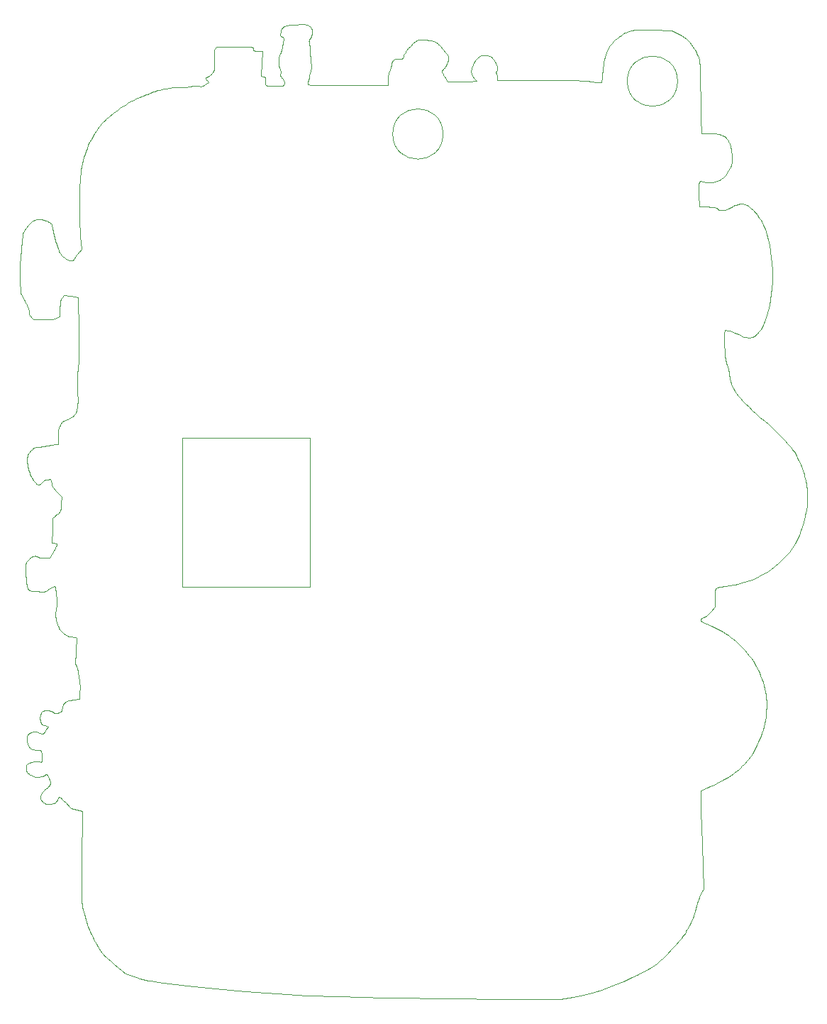
<source format=gbr>
%TF.GenerationSoftware,KiCad,Pcbnew,8.0.4*%
%TF.CreationDate,2024-09-17T14:39:16-07:00*%
%TF.ProjectId,DC33_Cnet_Badge_Main,44433333-5f43-46e6-9574-5f4261646765,rev?*%
%TF.SameCoordinates,Original*%
%TF.FileFunction,Profile,NP*%
%FSLAX46Y46*%
G04 Gerber Fmt 4.6, Leading zero omitted, Abs format (unit mm)*
G04 Created by KiCad (PCBNEW 8.0.4) date 2024-09-17 14:39:16*
%MOMM*%
%LPD*%
G01*
G04 APERTURE LIST*
%TA.AperFunction,Profile*%
%ADD10C,0.050000*%
%TD*%
%TA.AperFunction,Profile*%
%ADD11C,0.084666*%
%TD*%
G04 APERTURE END LIST*
D10*
X155000000Y-53500000D02*
G75*
G02*
X149000000Y-53500000I-3000000J0D01*
G01*
X149000000Y-53500000D02*
G75*
G02*
X155000000Y-53500000I3000000J0D01*
G01*
X183000000Y-47200000D02*
G75*
G02*
X177000000Y-47200000I-3000000J0D01*
G01*
X177000000Y-47200000D02*
G75*
G02*
X183000000Y-47200000I3000000J0D01*
G01*
D11*
%TO.C,G\u002A\u002A\u002A*%
X138254171Y-40412628D02*
X138400594Y-40417457D01*
X138530632Y-40427187D01*
X138645799Y-40442191D01*
X138747612Y-40462842D01*
X138837584Y-40489515D01*
X138917232Y-40522583D01*
X138988070Y-40562421D01*
X139051613Y-40609403D01*
X139109378Y-40663901D01*
X139162878Y-40726290D01*
X139213629Y-40796944D01*
X139263147Y-40876237D01*
X139287777Y-40919085D01*
X139309648Y-40959675D01*
X139328825Y-40998444D01*
X139345374Y-41035833D01*
X139359363Y-41072280D01*
X139370858Y-41108224D01*
X139379926Y-41144104D01*
X139386633Y-41180360D01*
X139391045Y-41217429D01*
X139393230Y-41255752D01*
X139393253Y-41295766D01*
X139391182Y-41337911D01*
X139387083Y-41382627D01*
X139381022Y-41430351D01*
X139373066Y-41481523D01*
X139363282Y-41536582D01*
X139355294Y-41575681D01*
X139345770Y-41615921D01*
X139334835Y-41656997D01*
X139322613Y-41698606D01*
X139309230Y-41740445D01*
X139294808Y-41782208D01*
X139279472Y-41823593D01*
X139263347Y-41864297D01*
X139246557Y-41904014D01*
X139229226Y-41942443D01*
X139211479Y-41979278D01*
X139193439Y-42014216D01*
X139175231Y-42046954D01*
X139156980Y-42077188D01*
X139138809Y-42104614D01*
X139120843Y-42128929D01*
X139095239Y-42162328D01*
X139072585Y-42193880D01*
X139052811Y-42223987D01*
X139035845Y-42253048D01*
X139028392Y-42267311D01*
X139021615Y-42281464D01*
X139015505Y-42295555D01*
X139010052Y-42309636D01*
X139005247Y-42323756D01*
X139001083Y-42337965D01*
X138997549Y-42352313D01*
X138994637Y-42366850D01*
X138992338Y-42381628D01*
X138990643Y-42396694D01*
X138989544Y-42412101D01*
X138989031Y-42427896D01*
X138989095Y-42444132D01*
X138989728Y-42460858D01*
X138992664Y-42495979D01*
X138997767Y-42533661D01*
X139004966Y-42574303D01*
X139014191Y-42618308D01*
X139025369Y-42666075D01*
X139041969Y-42752306D01*
X139059508Y-42876178D01*
X139077454Y-43031877D01*
X139095278Y-43213584D01*
X139112448Y-43415484D01*
X139128434Y-43631761D01*
X139142706Y-43856597D01*
X139154733Y-44084177D01*
X139166839Y-44307375D01*
X139181337Y-44519654D01*
X139197679Y-44716078D01*
X139215319Y-44891710D01*
X139233711Y-45041616D01*
X139252310Y-45160859D01*
X139270567Y-45244502D01*
X139279398Y-45271432D01*
X139287938Y-45287611D01*
X139292717Y-45294242D01*
X139297075Y-45301505D01*
X139301013Y-45309396D01*
X139304531Y-45317913D01*
X139307629Y-45327052D01*
X139310309Y-45336809D01*
X139312569Y-45347182D01*
X139314411Y-45358169D01*
X139316841Y-45381966D01*
X139317601Y-45408176D01*
X139316693Y-45436773D01*
X139314121Y-45467733D01*
X139309887Y-45501030D01*
X139303993Y-45536639D01*
X139296443Y-45574534D01*
X139287238Y-45614690D01*
X139276383Y-45657083D01*
X139263878Y-45701687D01*
X139249728Y-45748476D01*
X139233934Y-45797426D01*
X139182574Y-45971346D01*
X139122297Y-46205370D01*
X139057962Y-46476884D01*
X138994429Y-46763273D01*
X138936555Y-47041923D01*
X138889201Y-47290219D01*
X138857225Y-47485547D01*
X138848523Y-47556280D01*
X138845487Y-47605291D01*
X138851192Y-47609525D01*
X138868173Y-47613673D01*
X138935163Y-47621702D01*
X139195660Y-47636595D01*
X139614179Y-47649763D01*
X140177922Y-47661001D01*
X141689884Y-47676857D01*
X143629159Y-47682509D01*
X148412831Y-47682509D01*
X148398523Y-47280343D01*
X148396356Y-47178734D01*
X148397045Y-47077046D01*
X148400536Y-46975561D01*
X148406778Y-46874558D01*
X148415717Y-46774317D01*
X148427300Y-46675118D01*
X148441474Y-46577241D01*
X148458188Y-46480966D01*
X148477387Y-46386574D01*
X148499020Y-46294344D01*
X148523033Y-46204556D01*
X148549374Y-46117490D01*
X148577989Y-46033427D01*
X148608827Y-45952645D01*
X148641834Y-45875426D01*
X148676957Y-45802050D01*
X148693188Y-45768605D01*
X148708993Y-45733263D01*
X148724288Y-45696327D01*
X148738990Y-45658102D01*
X148753016Y-45618890D01*
X148766284Y-45578996D01*
X148778710Y-45538723D01*
X148790211Y-45498377D01*
X148800705Y-45458259D01*
X148810107Y-45418675D01*
X148818336Y-45379928D01*
X148825308Y-45342321D01*
X148830939Y-45306160D01*
X148835148Y-45271747D01*
X148837850Y-45239387D01*
X148838964Y-45209382D01*
X148840081Y-45180020D01*
X148842783Y-45149542D01*
X148846988Y-45118188D01*
X148852612Y-45086199D01*
X148859573Y-45053816D01*
X148867788Y-45021279D01*
X148877175Y-44988828D01*
X148887650Y-44956705D01*
X148899130Y-44925148D01*
X148911534Y-44894400D01*
X148924778Y-44864700D01*
X148938780Y-44836289D01*
X148953455Y-44809408D01*
X148968723Y-44784296D01*
X148984500Y-44761194D01*
X149000703Y-44740344D01*
X149025348Y-44712066D01*
X149037638Y-44698998D01*
X149049987Y-44686620D01*
X149062457Y-44674915D01*
X149075106Y-44663866D01*
X149087997Y-44653454D01*
X149101190Y-44643665D01*
X149114745Y-44634478D01*
X149128724Y-44625878D01*
X149143186Y-44617846D01*
X149158192Y-44610367D01*
X149173804Y-44603421D01*
X149190081Y-44596992D01*
X149207085Y-44591062D01*
X149224876Y-44585615D01*
X149243514Y-44580632D01*
X149263060Y-44576096D01*
X149283576Y-44571991D01*
X149305121Y-44568298D01*
X149327756Y-44565000D01*
X149351542Y-44562080D01*
X149402809Y-44557305D01*
X149459407Y-44553832D01*
X149521822Y-44551523D01*
X149590537Y-44550240D01*
X149666040Y-44549843D01*
X149822387Y-44548782D01*
X149887189Y-44547101D01*
X149943918Y-44544339D01*
X149993207Y-44540258D01*
X150035686Y-44534624D01*
X150071988Y-44527199D01*
X150102743Y-44517749D01*
X150128584Y-44506035D01*
X150139858Y-44499256D01*
X150150141Y-44491823D01*
X150159511Y-44483706D01*
X150168047Y-44474876D01*
X150182933Y-44454959D01*
X150195431Y-44431834D01*
X150206171Y-44405265D01*
X150215787Y-44375018D01*
X150224908Y-44340854D01*
X150251630Y-44250476D01*
X150287462Y-44154982D01*
X150331832Y-44055149D01*
X150384167Y-43951750D01*
X150443895Y-43845562D01*
X150510445Y-43737358D01*
X150583244Y-43627915D01*
X150661719Y-43518006D01*
X150745299Y-43408408D01*
X150833411Y-43299895D01*
X150925484Y-43193242D01*
X151020944Y-43089225D01*
X151119221Y-42988617D01*
X151219740Y-42892195D01*
X151321931Y-42800734D01*
X151425222Y-42715007D01*
X151991357Y-42263843D01*
X152630697Y-42263843D01*
X152768925Y-42266592D01*
X152916818Y-42274470D01*
X153069784Y-42286925D01*
X153223233Y-42303405D01*
X153372573Y-42323358D01*
X153513214Y-42346230D01*
X153640564Y-42371469D01*
X153750032Y-42398524D01*
X153825513Y-42420436D01*
X153895096Y-42442436D01*
X153959719Y-42465202D01*
X154020319Y-42489411D01*
X154077837Y-42515742D01*
X154133210Y-42544873D01*
X154187376Y-42577483D01*
X154241276Y-42614248D01*
X154295846Y-42655847D01*
X154352025Y-42702959D01*
X154410753Y-42756261D01*
X154472967Y-42816431D01*
X154539606Y-42884147D01*
X154611609Y-42960089D01*
X154689915Y-43044932D01*
X154775460Y-43139357D01*
X154888793Y-43267301D01*
X155001800Y-43398610D01*
X155111489Y-43529556D01*
X155214864Y-43656410D01*
X155308933Y-43775445D01*
X155390700Y-43882931D01*
X155457173Y-43975141D01*
X155505357Y-44048346D01*
X155537003Y-44100676D01*
X155564524Y-44147641D01*
X155587983Y-44190333D01*
X155607443Y-44229842D01*
X155615694Y-44248744D01*
X155622969Y-44267259D01*
X155629276Y-44285524D01*
X155634624Y-44303674D01*
X155639020Y-44321847D01*
X155642471Y-44340179D01*
X155644987Y-44358806D01*
X155646575Y-44377863D01*
X155647243Y-44397489D01*
X155646999Y-44417818D01*
X155645850Y-44438988D01*
X155643806Y-44461134D01*
X155640873Y-44484393D01*
X155637060Y-44508901D01*
X155626825Y-44562210D01*
X155613164Y-44622152D01*
X155596141Y-44689817D01*
X155552262Y-44852680D01*
X155534824Y-44913254D01*
X155516056Y-44972704D01*
X155495990Y-45030971D01*
X155474657Y-45087998D01*
X155452088Y-45143724D01*
X155428313Y-45198091D01*
X155403364Y-45251041D01*
X155377272Y-45302514D01*
X155350068Y-45352452D01*
X155321782Y-45400795D01*
X155292445Y-45447485D01*
X155262089Y-45492463D01*
X155230744Y-45535670D01*
X155198441Y-45577048D01*
X155165211Y-45616537D01*
X155131086Y-45654078D01*
X155074112Y-45715877D01*
X155020961Y-45776536D01*
X154972795Y-45834511D01*
X154930778Y-45888261D01*
X154896073Y-45936243D01*
X154881826Y-45957588D01*
X154869843Y-45976914D01*
X154860270Y-45994026D01*
X154853252Y-46008732D01*
X154848934Y-46020839D01*
X154847463Y-46030155D01*
X154849240Y-46040905D01*
X154854452Y-46057221D01*
X154862925Y-46078769D01*
X154874484Y-46105214D01*
X154906153Y-46171458D01*
X154948057Y-46253276D01*
X154998789Y-46347990D01*
X155056946Y-46452926D01*
X155121123Y-46565405D01*
X155189916Y-46682751D01*
X155532361Y-47259177D01*
X156871427Y-47259177D01*
X157422736Y-47254876D01*
X157933946Y-47243167D01*
X158348071Y-47225838D01*
X158500919Y-47215624D01*
X158608125Y-47204675D01*
X159005758Y-47150174D01*
X158740361Y-46876352D01*
X158691495Y-46823787D01*
X158646052Y-46770451D01*
X158604034Y-46716330D01*
X158565442Y-46661410D01*
X158530276Y-46605678D01*
X158498538Y-46549119D01*
X158470229Y-46491721D01*
X158445349Y-46433469D01*
X158423899Y-46374350D01*
X158405880Y-46314351D01*
X158391293Y-46253457D01*
X158380140Y-46191654D01*
X158372420Y-46128930D01*
X158368134Y-46065271D01*
X158367285Y-46000662D01*
X158369871Y-45935090D01*
X158375895Y-45868542D01*
X158385358Y-45801003D01*
X158398259Y-45732461D01*
X158414601Y-45662901D01*
X158434383Y-45592309D01*
X158457608Y-45520673D01*
X158484275Y-45447978D01*
X158514385Y-45374211D01*
X158547940Y-45299358D01*
X158584941Y-45223405D01*
X158625388Y-45146339D01*
X158669281Y-45068145D01*
X158767414Y-44908323D01*
X158879346Y-44743829D01*
X158961249Y-44632156D01*
X159040061Y-44532066D01*
X159116654Y-44443190D01*
X159154391Y-44402842D01*
X159191900Y-44365159D01*
X159229289Y-44330096D01*
X159266669Y-44297607D01*
X159304148Y-44267644D01*
X159341835Y-44240163D01*
X159379838Y-44215117D01*
X159418268Y-44192461D01*
X159457232Y-44172148D01*
X159496840Y-44154132D01*
X159537200Y-44138367D01*
X159578422Y-44124807D01*
X159620615Y-44113407D01*
X159663887Y-44104120D01*
X159708348Y-44096899D01*
X159754106Y-44091700D01*
X159801270Y-44088476D01*
X159849950Y-44087181D01*
X159900254Y-44087769D01*
X159952291Y-44090194D01*
X160006170Y-44094410D01*
X160062000Y-44100371D01*
X160179950Y-44117344D01*
X160307012Y-44140743D01*
X160380345Y-44155937D01*
X160446369Y-44170906D01*
X160505966Y-44186298D01*
X160560025Y-44202759D01*
X160609429Y-44220936D01*
X160632663Y-44230870D01*
X160655065Y-44241476D01*
X160676746Y-44252834D01*
X160697818Y-44265025D01*
X160718390Y-44278130D01*
X160738573Y-44292230D01*
X160758479Y-44307405D01*
X160778217Y-44323737D01*
X160817634Y-44360193D01*
X160857710Y-44402245D01*
X160899330Y-44450539D01*
X160943381Y-44505722D01*
X160990748Y-44568441D01*
X161042315Y-44639342D01*
X161098970Y-44719071D01*
X161165782Y-44818122D01*
X161226322Y-44916713D01*
X161280506Y-45014450D01*
X161328255Y-45110940D01*
X161369487Y-45205789D01*
X161404119Y-45298603D01*
X161432072Y-45388987D01*
X161453262Y-45476549D01*
X161467609Y-45560893D01*
X161475032Y-45641627D01*
X161475449Y-45718355D01*
X161468778Y-45790685D01*
X161454939Y-45858223D01*
X161445305Y-45890071D01*
X161433849Y-45920573D01*
X161420559Y-45949681D01*
X161405427Y-45977343D01*
X161388441Y-46003513D01*
X161369592Y-46028139D01*
X161354346Y-46047138D01*
X161341028Y-46065128D01*
X161329631Y-46082203D01*
X161320151Y-46098458D01*
X161316127Y-46106307D01*
X161312579Y-46113986D01*
X161309507Y-46121507D01*
X161306910Y-46128881D01*
X161304787Y-46136120D01*
X161303137Y-46143237D01*
X161301960Y-46150242D01*
X161301255Y-46157148D01*
X161301020Y-46163966D01*
X161301255Y-46170709D01*
X161301959Y-46177387D01*
X161303132Y-46184012D01*
X161304773Y-46190597D01*
X161306880Y-46197152D01*
X161309453Y-46203691D01*
X161312492Y-46210224D01*
X161315995Y-46216763D01*
X161319962Y-46223320D01*
X161324391Y-46229907D01*
X161329282Y-46236535D01*
X161340448Y-46249963D01*
X161353452Y-46263698D01*
X161358476Y-46269198D01*
X161363436Y-46275571D01*
X161373140Y-46290817D01*
X161382514Y-46309199D01*
X161391507Y-46330481D01*
X161400069Y-46354425D01*
X161408151Y-46380795D01*
X161415701Y-46409353D01*
X161422670Y-46439863D01*
X161429007Y-46472088D01*
X161434662Y-46505791D01*
X161439585Y-46540734D01*
X161443726Y-46576682D01*
X161447034Y-46613397D01*
X161449459Y-46650643D01*
X161450951Y-46688181D01*
X161451459Y-46725776D01*
X161451459Y-47089843D01*
X166510289Y-47091483D01*
X168993688Y-47098277D01*
X170730581Y-47119160D01*
X171897204Y-47157744D01*
X172321738Y-47184801D01*
X172669793Y-47217637D01*
X173473958Y-47305815D01*
X173739463Y-47332833D01*
X173861764Y-47342986D01*
X173867149Y-47341565D01*
X173872640Y-47337232D01*
X173878234Y-47330018D01*
X173883925Y-47319955D01*
X173895578Y-47291412D01*
X173907563Y-47251860D01*
X173919839Y-47201557D01*
X173932368Y-47140760D01*
X173945111Y-47069726D01*
X173958029Y-46988713D01*
X173971083Y-46897979D01*
X173984234Y-46797780D01*
X173997443Y-46688375D01*
X174010671Y-46570020D01*
X174037029Y-46307493D01*
X174062997Y-46012258D01*
X174099915Y-45621244D01*
X174144435Y-45255841D01*
X174197360Y-44914353D01*
X174259488Y-44595087D01*
X174331619Y-44296348D01*
X174414554Y-44016442D01*
X174509093Y-43753674D01*
X174616036Y-43506351D01*
X174736182Y-43272778D01*
X174870333Y-43051260D01*
X175019287Y-42840104D01*
X175183846Y-42637615D01*
X175364809Y-42442100D01*
X175562976Y-42251862D01*
X175779147Y-42065209D01*
X176014123Y-41880447D01*
X176073040Y-41837148D01*
X176135907Y-41793008D01*
X176271234Y-41703472D01*
X176415589Y-41614367D01*
X176564458Y-41528222D01*
X176713327Y-41447567D01*
X176857682Y-41374930D01*
X176993009Y-41312841D01*
X177055876Y-41286542D01*
X177114793Y-41263828D01*
X177211187Y-41228849D01*
X177299988Y-41198237D01*
X177385211Y-41171762D01*
X177470868Y-41149200D01*
X177515113Y-41139314D01*
X177560972Y-41130322D01*
X177608946Y-41122193D01*
X177659538Y-41114900D01*
X177770577Y-41102709D01*
X177898104Y-41093519D01*
X178046132Y-41087106D01*
X178218673Y-41083240D01*
X178419742Y-41081695D01*
X178653352Y-41082243D01*
X178923516Y-41084657D01*
X179234246Y-41088711D01*
X179993463Y-41100826D01*
X182321794Y-41139671D01*
X182999124Y-41514678D01*
X183142955Y-41595677D01*
X183292161Y-41682199D01*
X183442401Y-41771565D01*
X183589335Y-41861099D01*
X183728623Y-41948124D01*
X183855925Y-42029963D01*
X183966902Y-42103940D01*
X184057214Y-42167375D01*
X184140370Y-42233298D01*
X184226905Y-42311910D01*
X184316176Y-42402257D01*
X184407542Y-42503388D01*
X184500361Y-42614349D01*
X184593990Y-42734187D01*
X184687789Y-42861950D01*
X184781115Y-42996684D01*
X184873326Y-43137436D01*
X184963781Y-43283253D01*
X185051837Y-43433183D01*
X185136854Y-43586272D01*
X185218188Y-43741568D01*
X185295198Y-43898117D01*
X185367242Y-44054967D01*
X185433679Y-44211165D01*
X185472561Y-44307559D01*
X185506761Y-44396740D01*
X185536656Y-44482942D01*
X185562623Y-44570400D01*
X185574251Y-44615922D01*
X185585039Y-44663347D01*
X185595034Y-44713203D01*
X185604282Y-44766019D01*
X185612831Y-44822325D01*
X185620728Y-44882649D01*
X185634755Y-45017473D01*
X185646740Y-45174725D01*
X185657061Y-45358639D01*
X185666093Y-45573450D01*
X185674215Y-45823393D01*
X185681804Y-46112701D01*
X185689236Y-46445609D01*
X185705140Y-47259165D01*
X185753374Y-49560001D01*
X185803262Y-51584437D01*
X185854318Y-53412044D01*
X186722192Y-53415142D01*
X186955601Y-53418130D01*
X187163763Y-53425742D01*
X187351391Y-53438601D01*
X187523199Y-53457330D01*
X187604644Y-53469091D01*
X187683901Y-53482553D01*
X187761560Y-53497794D01*
X187838211Y-53514892D01*
X187990842Y-53554971D01*
X188146508Y-53603413D01*
X188234865Y-53633285D01*
X188314508Y-53661413D01*
X188386250Y-53688390D01*
X188450904Y-53714806D01*
X188509281Y-53741255D01*
X188562193Y-53768330D01*
X188610452Y-53796622D01*
X188654870Y-53826724D01*
X188696260Y-53859229D01*
X188735433Y-53894728D01*
X188773201Y-53933815D01*
X188810377Y-53977083D01*
X188847771Y-54025122D01*
X188886198Y-54078526D01*
X188926467Y-54137888D01*
X188969392Y-54203799D01*
X189035425Y-54311155D01*
X189096247Y-54419532D01*
X189151990Y-54529498D01*
X189202786Y-54641616D01*
X189248768Y-54756453D01*
X189290070Y-54874574D01*
X189326822Y-54996545D01*
X189359158Y-55122932D01*
X189387210Y-55254299D01*
X189411111Y-55391212D01*
X189430993Y-55534237D01*
X189446989Y-55683940D01*
X189459232Y-55840885D01*
X189467853Y-56005639D01*
X189472986Y-56178767D01*
X189474763Y-56360834D01*
X189473901Y-56626560D01*
X189469179Y-56836720D01*
X189464648Y-56924569D01*
X189458284Y-57002853D01*
X189449799Y-57073016D01*
X189438904Y-57136500D01*
X189425309Y-57194746D01*
X189408726Y-57249197D01*
X189388865Y-57301296D01*
X189365437Y-57352485D01*
X189338154Y-57404206D01*
X189306726Y-57457902D01*
X189230279Y-57576987D01*
X189178160Y-57657587D01*
X189123979Y-57745108D01*
X189069318Y-57836752D01*
X189015762Y-57929724D01*
X188964892Y-58021224D01*
X188918293Y-58108458D01*
X188877548Y-58188627D01*
X188844240Y-58258935D01*
X188827652Y-58292978D01*
X188808544Y-58327199D01*
X188786979Y-58361556D01*
X188763021Y-58396005D01*
X188736734Y-58430505D01*
X188708184Y-58465013D01*
X188677434Y-58499487D01*
X188644548Y-58533883D01*
X188572627Y-58602274D01*
X188492936Y-58669847D01*
X188405989Y-58736262D01*
X188312300Y-58801178D01*
X188212384Y-58864256D01*
X188106755Y-58925155D01*
X187995927Y-58983536D01*
X187880416Y-59039058D01*
X187760734Y-59091381D01*
X187637397Y-59140165D01*
X187510919Y-59185070D01*
X187381814Y-59225757D01*
X187302583Y-59247988D01*
X187226087Y-59266863D01*
X187151384Y-59282334D01*
X187077532Y-59294354D01*
X187003591Y-59302876D01*
X186928618Y-59307852D01*
X186851671Y-59309236D01*
X186771810Y-59306980D01*
X186688092Y-59301037D01*
X186599575Y-59291360D01*
X186505319Y-59277902D01*
X186404381Y-59260615D01*
X186295820Y-59239452D01*
X186178693Y-59214367D01*
X186052060Y-59185311D01*
X185914979Y-59152238D01*
X185879157Y-59143931D01*
X185845385Y-59137292D01*
X185813617Y-59132528D01*
X185783804Y-59129846D01*
X185755900Y-59129453D01*
X185729855Y-59131556D01*
X185705623Y-59136364D01*
X185683156Y-59144082D01*
X185672569Y-59149097D01*
X185662406Y-59154918D01*
X185652660Y-59161571D01*
X185643326Y-59169080D01*
X185634397Y-59177472D01*
X185625867Y-59186774D01*
X185617732Y-59197011D01*
X185609984Y-59208208D01*
X185595626Y-59233589D01*
X185582748Y-59263124D01*
X185571302Y-59297020D01*
X185561238Y-59335485D01*
X185552512Y-59378726D01*
X185545073Y-59426950D01*
X185538875Y-59480364D01*
X185533871Y-59539175D01*
X185530012Y-59603591D01*
X185527251Y-59673818D01*
X185525540Y-59750065D01*
X185524832Y-59832538D01*
X185525078Y-59921444D01*
X185526232Y-60016991D01*
X185531071Y-60228835D01*
X185538967Y-60469728D01*
X185549539Y-60741328D01*
X185606698Y-62135839D01*
X186623269Y-62190497D01*
X186921802Y-62207735D01*
X187159335Y-62224842D01*
X187343990Y-62243420D01*
X187419028Y-62253762D01*
X187483893Y-62265073D01*
X187539600Y-62277554D01*
X187587166Y-62291404D01*
X187627605Y-62306825D01*
X187661933Y-62324016D01*
X187691166Y-62343178D01*
X187716319Y-62364512D01*
X187738408Y-62388217D01*
X187758447Y-62414494D01*
X187778493Y-62439823D01*
X187801723Y-62463265D01*
X187827985Y-62484829D01*
X187857123Y-62504525D01*
X187888986Y-62522360D01*
X187923419Y-62538343D01*
X187960269Y-62552483D01*
X187999383Y-62564789D01*
X188040607Y-62575269D01*
X188083789Y-62583932D01*
X188128773Y-62590786D01*
X188175408Y-62595841D01*
X188273013Y-62600585D01*
X188375377Y-62598233D01*
X188481272Y-62588855D01*
X188589472Y-62572520D01*
X188698748Y-62549296D01*
X188807873Y-62519253D01*
X188915620Y-62482460D01*
X189020761Y-62438986D01*
X189071971Y-62414765D01*
X189122069Y-62388901D01*
X189170902Y-62361400D01*
X189218316Y-62332273D01*
X189381933Y-62231680D01*
X189541865Y-62142272D01*
X189698173Y-62064041D01*
X189850919Y-61996980D01*
X190000162Y-61941080D01*
X190145964Y-61896335D01*
X190288385Y-61862737D01*
X190427486Y-61840278D01*
X190563327Y-61828952D01*
X190695969Y-61828750D01*
X190825473Y-61839666D01*
X190951899Y-61861691D01*
X191075308Y-61894818D01*
X191195761Y-61939041D01*
X191313318Y-61994351D01*
X191428041Y-62060740D01*
X191520426Y-62123458D01*
X191616341Y-62196374D01*
X191715218Y-62278821D01*
X191816484Y-62370133D01*
X191919572Y-62469641D01*
X192023909Y-62576678D01*
X192128928Y-62690576D01*
X192234057Y-62810667D01*
X192338726Y-62936285D01*
X192442366Y-63066761D01*
X192544407Y-63201427D01*
X192644278Y-63339617D01*
X192741409Y-63480663D01*
X192835231Y-63623897D01*
X192925174Y-63768651D01*
X193010667Y-63914258D01*
X193244355Y-64376223D01*
X193456120Y-64899090D01*
X193645406Y-65475476D01*
X193811654Y-66097999D01*
X193954310Y-66759275D01*
X194072816Y-67451921D01*
X194166615Y-68168555D01*
X194235152Y-68901793D01*
X194277868Y-69644253D01*
X194294209Y-70388551D01*
X194283617Y-71127304D01*
X194245536Y-71853130D01*
X194179408Y-72558646D01*
X194084678Y-73236468D01*
X193960789Y-73879213D01*
X193807183Y-74479499D01*
X193621085Y-75092152D01*
X193445769Y-75615893D01*
X193360524Y-75847736D01*
X193276018Y-76061328D01*
X193191597Y-76257996D01*
X193106611Y-76439065D01*
X193020405Y-76605862D01*
X192932328Y-76759711D01*
X192841728Y-76901939D01*
X192747951Y-77033872D01*
X192650346Y-77156836D01*
X192548260Y-77272155D01*
X192441040Y-77381157D01*
X192328035Y-77485167D01*
X192272739Y-77533181D01*
X192222051Y-77575737D01*
X192175040Y-77613154D01*
X192130773Y-77645750D01*
X192088317Y-77673843D01*
X192067477Y-77686300D01*
X192046740Y-77697751D01*
X192025990Y-77708236D01*
X192005110Y-77717795D01*
X191983983Y-77726466D01*
X191962493Y-77734291D01*
X191940524Y-77741308D01*
X191917958Y-77747558D01*
X191894680Y-77753080D01*
X191870572Y-77757915D01*
X191819403Y-77765679D01*
X191763518Y-77771171D01*
X191701984Y-77774707D01*
X191633869Y-77776607D01*
X191558242Y-77777189D01*
X191474168Y-77776771D01*
X191408844Y-77775521D01*
X191345422Y-77772984D01*
X191283833Y-77769143D01*
X191224010Y-77763985D01*
X191165884Y-77757496D01*
X191109388Y-77749659D01*
X191054453Y-77740462D01*
X191001013Y-77729889D01*
X190948999Y-77717926D01*
X190898342Y-77704559D01*
X190848976Y-77689772D01*
X190800832Y-77673551D01*
X190753842Y-77655882D01*
X190707938Y-77636750D01*
X190663053Y-77616141D01*
X190619119Y-77594039D01*
X190300652Y-77428317D01*
X190033211Y-77293349D01*
X189808550Y-77185707D01*
X189618419Y-77101968D01*
X189454570Y-77038706D01*
X189379924Y-77013682D01*
X189308755Y-76992494D01*
X189240032Y-76974712D01*
X189172725Y-76959908D01*
X189038232Y-76937522D01*
X188642694Y-76884109D01*
X188587480Y-77332805D01*
X188574614Y-77485840D01*
X188567679Y-77680553D01*
X188569742Y-78167635D01*
X188589951Y-78739301D01*
X188624590Y-79340802D01*
X188669941Y-79917391D01*
X188722287Y-80414317D01*
X188777910Y-80776833D01*
X188805789Y-80890579D01*
X188833093Y-80950190D01*
X188860757Y-80985181D01*
X188887721Y-81027110D01*
X188914030Y-81076149D01*
X188939728Y-81132467D01*
X188964858Y-81196236D01*
X188989465Y-81267625D01*
X189013592Y-81346806D01*
X189037283Y-81433948D01*
X189060583Y-81529223D01*
X189083534Y-81632800D01*
X189106181Y-81744851D01*
X189128568Y-81865545D01*
X189150739Y-81995053D01*
X189172738Y-82133546D01*
X189194608Y-82281193D01*
X189216394Y-82438167D01*
X189264689Y-82726057D01*
X189332403Y-83008548D01*
X189421413Y-83288036D01*
X189533597Y-83566915D01*
X189670832Y-83847581D01*
X189834996Y-84132428D01*
X190027967Y-84423853D01*
X190251622Y-84724251D01*
X190507838Y-85036016D01*
X190798493Y-85361544D01*
X191125465Y-85703230D01*
X191490631Y-86063469D01*
X191895869Y-86444657D01*
X192343057Y-86849189D01*
X192834071Y-87279460D01*
X193370790Y-87737864D01*
X193868618Y-88170439D01*
X194372193Y-88630384D01*
X194868889Y-89104818D01*
X195346078Y-89580861D01*
X195791134Y-90045632D01*
X196191429Y-90486249D01*
X196534336Y-90889832D01*
X196680324Y-91073710D01*
X196807229Y-91243499D01*
X196902794Y-91382786D01*
X197000201Y-91537488D01*
X197098855Y-91706218D01*
X197198162Y-91887590D01*
X197297527Y-92080218D01*
X197396354Y-92282715D01*
X197494049Y-92493695D01*
X197590018Y-92711771D01*
X197683664Y-92935558D01*
X197774393Y-93163669D01*
X197861610Y-93394717D01*
X197944721Y-93627316D01*
X198023130Y-93860080D01*
X198096243Y-94091622D01*
X198163464Y-94320557D01*
X198224199Y-94545497D01*
X198286133Y-94796770D01*
X198335923Y-95027426D01*
X198356704Y-95139075D01*
X198374976Y-95250432D01*
X198390915Y-95363117D01*
X198404698Y-95478752D01*
X198416499Y-95598957D01*
X198426496Y-95725352D01*
X198441776Y-96003200D01*
X198451947Y-96325259D01*
X198458413Y-96704497D01*
X198461681Y-97099001D01*
X198459779Y-97427199D01*
X198451167Y-97705952D01*
X198434304Y-97952122D01*
X198407652Y-98182567D01*
X198369669Y-98414149D01*
X198318814Y-98663728D01*
X198253549Y-98948165D01*
X198203033Y-99153334D01*
X198144096Y-99379696D01*
X198009494Y-99866183D01*
X197866815Y-100347996D01*
X197797782Y-100568514D01*
X197733133Y-100765502D01*
X197526532Y-101309438D01*
X197279222Y-101841614D01*
X196993199Y-102360250D01*
X196670463Y-102863567D01*
X196313012Y-103349786D01*
X195922845Y-103817129D01*
X195501960Y-104263815D01*
X195052356Y-104688065D01*
X194576031Y-105088102D01*
X194074984Y-105462145D01*
X193551213Y-105808415D01*
X193006718Y-106125133D01*
X192443495Y-106410520D01*
X191863545Y-106662797D01*
X191268865Y-106880185D01*
X190661454Y-107060904D01*
X190413148Y-107123575D01*
X190145349Y-107186063D01*
X189866503Y-107246714D01*
X189585057Y-107303871D01*
X189309457Y-107355881D01*
X189048146Y-107401087D01*
X188809573Y-107437835D01*
X188602182Y-107464469D01*
X188214740Y-107510107D01*
X188058095Y-107533593D01*
X187923911Y-107560351D01*
X187864714Y-107575619D01*
X187810498Y-107592500D01*
X187761052Y-107611259D01*
X187716163Y-107632160D01*
X187675621Y-107655468D01*
X187639215Y-107681449D01*
X187606732Y-107710367D01*
X187577961Y-107742488D01*
X187552691Y-107778076D01*
X187530711Y-107817396D01*
X187511808Y-107860713D01*
X187495772Y-107908293D01*
X187482391Y-107960399D01*
X187471453Y-108017298D01*
X187462747Y-108079254D01*
X187456062Y-108146531D01*
X187447907Y-108298112D01*
X187445297Y-108474159D01*
X187449945Y-108908134D01*
X187465211Y-109866447D01*
X186948350Y-110468238D01*
X186877312Y-110550081D01*
X186810140Y-110625615D01*
X186746503Y-110695109D01*
X186686073Y-110758835D01*
X186628520Y-110817062D01*
X186573516Y-110870061D01*
X186520730Y-110918102D01*
X186469833Y-110961456D01*
X186420495Y-111000393D01*
X186372389Y-111035184D01*
X186325183Y-111066098D01*
X186278549Y-111093406D01*
X186232157Y-111117379D01*
X186185678Y-111138287D01*
X186138783Y-111156400D01*
X186091142Y-111171988D01*
X186043350Y-111186809D01*
X185999912Y-111201392D01*
X185960654Y-111215888D01*
X185925400Y-111230448D01*
X185893974Y-111245224D01*
X185866201Y-111260367D01*
X185841906Y-111276028D01*
X185820913Y-111292357D01*
X185811600Y-111300821D01*
X185803046Y-111309508D01*
X185795231Y-111318438D01*
X185788131Y-111327629D01*
X185781725Y-111337102D01*
X185775992Y-111346874D01*
X185770908Y-111356965D01*
X185766453Y-111367393D01*
X185759339Y-111389337D01*
X185754475Y-111412857D01*
X185751686Y-111438105D01*
X185750795Y-111465232D01*
X185751184Y-111480310D01*
X185752412Y-111494955D01*
X185754568Y-111509222D01*
X185757744Y-111523169D01*
X185762028Y-111536850D01*
X185767511Y-111550323D01*
X185774282Y-111563644D01*
X185782433Y-111576868D01*
X185792052Y-111590053D01*
X185803230Y-111603253D01*
X185816057Y-111616527D01*
X185830623Y-111629928D01*
X185847018Y-111643515D01*
X185865332Y-111657343D01*
X185885655Y-111671469D01*
X185908078Y-111685947D01*
X185932689Y-111700836D01*
X185959579Y-111716191D01*
X185988839Y-111732067D01*
X186020557Y-111748523D01*
X186054825Y-111765613D01*
X186091733Y-111783393D01*
X186173825Y-111821252D01*
X186267555Y-111862549D01*
X186373643Y-111907734D01*
X186492808Y-111957256D01*
X186625772Y-112011565D01*
X187010948Y-112173579D01*
X187380284Y-112340861D01*
X187734944Y-112514294D01*
X188076094Y-112694757D01*
X188404900Y-112883135D01*
X188722525Y-113080306D01*
X189030137Y-113287155D01*
X189328900Y-113504561D01*
X189619978Y-113733408D01*
X189904539Y-113974576D01*
X190183746Y-114228946D01*
X190458765Y-114497402D01*
X190730762Y-114780824D01*
X191000901Y-115080094D01*
X191270349Y-115396094D01*
X191540269Y-115729705D01*
X191773234Y-116039065D01*
X191994929Y-116362144D01*
X192204836Y-116697499D01*
X192402436Y-117043690D01*
X192587211Y-117399276D01*
X192758640Y-117762816D01*
X192916206Y-118132868D01*
X193059388Y-118507992D01*
X193187670Y-118886746D01*
X193300530Y-119267689D01*
X193397451Y-119649381D01*
X193477914Y-120030379D01*
X193541400Y-120409244D01*
X193587389Y-120784533D01*
X193615363Y-121154806D01*
X193624803Y-121518622D01*
X193617985Y-121908471D01*
X193597582Y-122296572D01*
X193563672Y-122682655D01*
X193516333Y-123066453D01*
X193455641Y-123447698D01*
X193381674Y-123826121D01*
X193294510Y-124201454D01*
X193194226Y-124573429D01*
X193080898Y-124941778D01*
X192954606Y-125306232D01*
X192815425Y-125666524D01*
X192663434Y-126022385D01*
X192498709Y-126373547D01*
X192321329Y-126719741D01*
X192131370Y-127060700D01*
X191928911Y-127396155D01*
X191760692Y-127658399D01*
X191680678Y-127778079D01*
X191602254Y-127891495D01*
X191524565Y-127999669D01*
X191446755Y-128103624D01*
X191367969Y-128204384D01*
X191287352Y-128302970D01*
X191204048Y-128400406D01*
X191117203Y-128497714D01*
X191025961Y-128595917D01*
X190929467Y-128696038D01*
X190717301Y-128906123D01*
X190473863Y-129136153D01*
X190216319Y-129371423D01*
X190097796Y-129476072D01*
X189984016Y-129573537D01*
X189873410Y-129664923D01*
X189764410Y-129751335D01*
X189655449Y-129833877D01*
X189544958Y-129913654D01*
X189431370Y-129991772D01*
X189313116Y-130069335D01*
X189188628Y-130147449D01*
X189056338Y-130227217D01*
X188762082Y-130396138D01*
X188417802Y-130584937D01*
X188164579Y-130719376D01*
X187899127Y-130856116D01*
X187629344Y-130991354D01*
X187363129Y-131121288D01*
X187108382Y-131242116D01*
X186873003Y-131350035D01*
X186664891Y-131441243D01*
X186491945Y-131511939D01*
X185751420Y-131798819D01*
X185749574Y-132306823D01*
X185763213Y-132930287D01*
X185801779Y-134252303D01*
X185930047Y-138216361D01*
X186112512Y-143617896D01*
X185861467Y-143973693D01*
X185828430Y-144023212D01*
X185795440Y-144078145D01*
X185762406Y-144138746D01*
X185729235Y-144205265D01*
X185695837Y-144277956D01*
X185662118Y-144357072D01*
X185627989Y-144442865D01*
X185593356Y-144535587D01*
X185558129Y-144635492D01*
X185522216Y-144742832D01*
X185485525Y-144857859D01*
X185447964Y-144980827D01*
X185369868Y-145251593D01*
X185287195Y-145557151D01*
X185193896Y-145900412D01*
X185102885Y-146209719D01*
X185010258Y-146495345D01*
X184912111Y-146767564D01*
X184804539Y-147036647D01*
X184683640Y-147312869D01*
X184545508Y-147606501D01*
X184386239Y-147927817D01*
X184194066Y-148304510D01*
X184109527Y-148464482D01*
X184028751Y-148610753D01*
X183948785Y-148747239D01*
X183866678Y-148877851D01*
X183779477Y-149006503D01*
X183684230Y-149137108D01*
X183577985Y-149273579D01*
X183457790Y-149419828D01*
X183320693Y-149579770D01*
X183163742Y-149757317D01*
X182778468Y-150180878D01*
X182278352Y-150721816D01*
X181676717Y-151364343D01*
X181415546Y-151634396D01*
X181172434Y-151876255D01*
X180941102Y-152094383D01*
X180715272Y-152293241D01*
X180488666Y-152477288D01*
X180255004Y-152650987D01*
X180008008Y-152818797D01*
X179741400Y-152985182D01*
X179448900Y-153154600D01*
X179124231Y-153331513D01*
X178761113Y-153520383D01*
X178353268Y-153725669D01*
X177378282Y-154203338D01*
X176512321Y-154606838D01*
X175640806Y-154979102D01*
X174767682Y-155318818D01*
X173896896Y-155624676D01*
X173032391Y-155895365D01*
X172178114Y-156129575D01*
X171338009Y-156325994D01*
X170516023Y-156483313D01*
X169039430Y-156733153D01*
X165605356Y-156719260D01*
X161501259Y-156690214D01*
X156456277Y-156639876D01*
X156456167Y-156639869D01*
X147988795Y-156533053D01*
X142566918Y-156426553D01*
X138764788Y-156281489D01*
X135156657Y-156058982D01*
X131405388Y-155777087D01*
X127798042Y-155459931D01*
X124484798Y-155121739D01*
X121615834Y-154776732D01*
X121030072Y-154697514D01*
X120545628Y-154627048D01*
X120138071Y-154560200D01*
X119782970Y-154491835D01*
X119455894Y-154416817D01*
X119132412Y-154330013D01*
X118788091Y-154226286D01*
X118398501Y-154100501D01*
X117128500Y-153681998D01*
X115763351Y-152542678D01*
X115321724Y-152172657D01*
X114978163Y-151878224D01*
X114836523Y-151752241D01*
X114711438Y-151636622D01*
X114600253Y-151528521D01*
X114500316Y-151425094D01*
X114408971Y-151323496D01*
X114323565Y-151220883D01*
X114241444Y-151114409D01*
X114159954Y-151001232D01*
X114076441Y-150878505D01*
X113988251Y-150743384D01*
X113787223Y-150424582D01*
X113625003Y-150156841D01*
X113467706Y-149881468D01*
X113315675Y-149599359D01*
X113169256Y-149311411D01*
X113028795Y-149018518D01*
X112894637Y-148721576D01*
X112767127Y-148421481D01*
X112646610Y-148119127D01*
X112533433Y-147815412D01*
X112427940Y-147511229D01*
X112330476Y-147207476D01*
X112241388Y-146905047D01*
X112161019Y-146604838D01*
X112089716Y-146307744D01*
X112027824Y-146014661D01*
X111975688Y-145726485D01*
X111915977Y-145351719D01*
X111891848Y-145182344D01*
X111871313Y-145017653D01*
X111854207Y-144852158D01*
X111840364Y-144680368D01*
X111829616Y-144496793D01*
X111821797Y-144295944D01*
X111816741Y-144072331D01*
X111814281Y-143820463D01*
X111816482Y-143210006D01*
X111827070Y-142420652D01*
X111844711Y-141408484D01*
X111888327Y-138581446D01*
X111912009Y-136243041D01*
X111921507Y-134252608D01*
X111250056Y-134101684D01*
X110578608Y-133950767D01*
X109881121Y-133213927D01*
X109740408Y-133067629D01*
X109607970Y-132934467D01*
X109486788Y-132817119D01*
X109379844Y-132718262D01*
X109290121Y-132640572D01*
X109252650Y-132610502D01*
X109220601Y-132586727D01*
X109194348Y-132569583D01*
X109174264Y-132559403D01*
X109166652Y-132557030D01*
X109160722Y-132556524D01*
X109156521Y-132557926D01*
X109154094Y-132561278D01*
X109150100Y-132571596D01*
X109144285Y-132585037D01*
X109127642Y-132620434D01*
X109105066Y-132665748D01*
X109077456Y-132719258D01*
X109045713Y-132779244D01*
X109010737Y-132843983D01*
X108973427Y-132911756D01*
X108934684Y-132980842D01*
X108903496Y-133034938D01*
X108874112Y-133083299D01*
X108845793Y-133126389D01*
X108817797Y-133164674D01*
X108803689Y-133182159D01*
X108789385Y-133198617D01*
X108774792Y-133214106D01*
X108759816Y-133228684D01*
X108744367Y-133242409D01*
X108728351Y-133255340D01*
X108711676Y-133267533D01*
X108694248Y-133279048D01*
X108675977Y-133289942D01*
X108656768Y-133300274D01*
X108636531Y-133310101D01*
X108615171Y-133319482D01*
X108592596Y-133328475D01*
X108568715Y-133337138D01*
X108516661Y-133353705D01*
X108458269Y-133369649D01*
X108392798Y-133385434D01*
X108319508Y-133401525D01*
X108237659Y-133418387D01*
X108081447Y-133448615D01*
X108015098Y-133460063D01*
X107955459Y-133468971D01*
X107901685Y-133475265D01*
X107852928Y-133478873D01*
X107808344Y-133479723D01*
X107767087Y-133477741D01*
X107728310Y-133472856D01*
X107691168Y-133464994D01*
X107654815Y-133454083D01*
X107618404Y-133440050D01*
X107581091Y-133422823D01*
X107542029Y-133402329D01*
X107500372Y-133378495D01*
X107455274Y-133351249D01*
X107393516Y-133311572D01*
X107335295Y-133270737D01*
X107280673Y-133228830D01*
X107229712Y-133185935D01*
X107182474Y-133142137D01*
X107139019Y-133097520D01*
X107099411Y-133052169D01*
X107063709Y-133006168D01*
X107031977Y-132959603D01*
X107004276Y-132912559D01*
X106980667Y-132865119D01*
X106961213Y-132817368D01*
X106945974Y-132769391D01*
X106935013Y-132721274D01*
X106931156Y-132697188D01*
X106928391Y-132673099D01*
X106926727Y-132649017D01*
X106926170Y-132624953D01*
X106927246Y-132598079D01*
X106930419Y-132569729D01*
X106942745Y-132509071D01*
X106962512Y-132443917D01*
X106989087Y-132375206D01*
X107021836Y-132303876D01*
X107060126Y-132230868D01*
X107103321Y-132157118D01*
X107150789Y-132083567D01*
X107201895Y-132011152D01*
X107256005Y-131940813D01*
X107312485Y-131873488D01*
X107370702Y-131810116D01*
X107430021Y-131751636D01*
X107489808Y-131698987D01*
X107549430Y-131653108D01*
X107608253Y-131614936D01*
X107636021Y-131597670D01*
X107664530Y-131577946D01*
X107693567Y-131555993D01*
X107722919Y-131532037D01*
X107752374Y-131506307D01*
X107781719Y-131479029D01*
X107810743Y-131450432D01*
X107839232Y-131420743D01*
X107866975Y-131390189D01*
X107893760Y-131358998D01*
X107919373Y-131327398D01*
X107943603Y-131295616D01*
X107966236Y-131263879D01*
X107987062Y-131232415D01*
X108005867Y-131201453D01*
X108022439Y-131171218D01*
X108048110Y-131121084D01*
X108070235Y-131076140D01*
X108088728Y-131035309D01*
X108096584Y-131016099D01*
X108103499Y-130997512D01*
X108109461Y-130979414D01*
X108114460Y-130961670D01*
X108118485Y-130944146D01*
X108121524Y-130926706D01*
X108123566Y-130909216D01*
X108124601Y-130891540D01*
X108124617Y-130873545D01*
X108123604Y-130855095D01*
X108121551Y-130836055D01*
X108118445Y-130816291D01*
X108114277Y-130795668D01*
X108109035Y-130774051D01*
X108102709Y-130751306D01*
X108095286Y-130727296D01*
X108077110Y-130674948D01*
X108054419Y-130615928D01*
X108027124Y-130549158D01*
X107958370Y-130388053D01*
X107917895Y-130295741D01*
X107880543Y-130214143D01*
X107845868Y-130142945D01*
X107813419Y-130081832D01*
X107782748Y-130030488D01*
X107753408Y-129988601D01*
X107739096Y-129971105D01*
X107724948Y-129955854D01*
X107710908Y-129942811D01*
X107696921Y-129931934D01*
X107682929Y-129923186D01*
X107668878Y-129916526D01*
X107654710Y-129911915D01*
X107640370Y-129909314D01*
X107625802Y-129908684D01*
X107610949Y-129909985D01*
X107595755Y-129913178D01*
X107580166Y-129918223D01*
X107564123Y-129925082D01*
X107547572Y-129933715D01*
X107512719Y-129956144D01*
X107475159Y-129985198D01*
X107434442Y-130020560D01*
X107417572Y-130033730D01*
X107396069Y-130047035D01*
X107370261Y-130060384D01*
X107340479Y-130073688D01*
X107307050Y-130086856D01*
X107270304Y-130099798D01*
X107230570Y-130112423D01*
X107188177Y-130124640D01*
X107143453Y-130136361D01*
X107096729Y-130147493D01*
X107048331Y-130157947D01*
X106998591Y-130167633D01*
X106947836Y-130176460D01*
X106896396Y-130184338D01*
X106844600Y-130191175D01*
X106792776Y-130196883D01*
X106711859Y-130204466D01*
X106638284Y-130210279D01*
X106571027Y-130214096D01*
X106509060Y-130215690D01*
X106451356Y-130214836D01*
X106396889Y-130211306D01*
X106344632Y-130204875D01*
X106293558Y-130195317D01*
X106242641Y-130182405D01*
X106190853Y-130165914D01*
X106137169Y-130145616D01*
X106080561Y-130121286D01*
X106020002Y-130092697D01*
X105954467Y-130059623D01*
X105804357Y-129979117D01*
X105711329Y-129926819D01*
X105628267Y-129877189D01*
X105554700Y-129829395D01*
X105490157Y-129782607D01*
X105461123Y-129759330D01*
X105434168Y-129735992D01*
X105409234Y-129712489D01*
X105386262Y-129688718D01*
X105365192Y-129664574D01*
X105345967Y-129639954D01*
X105328526Y-129614753D01*
X105312812Y-129588867D01*
X105298765Y-129562193D01*
X105286327Y-129534626D01*
X105275438Y-129506063D01*
X105266040Y-129476399D01*
X105258074Y-129445531D01*
X105251481Y-129413355D01*
X105246202Y-129379766D01*
X105242178Y-129344660D01*
X105239351Y-129307934D01*
X105237661Y-129269484D01*
X105237459Y-129186995D01*
X105241100Y-129096360D01*
X105248113Y-128996749D01*
X105253036Y-128939335D01*
X105258353Y-128888636D01*
X105264871Y-128843930D01*
X105268832Y-128823600D01*
X105273395Y-128804497D01*
X105278661Y-128786532D01*
X105284731Y-128769615D01*
X105291706Y-128753656D01*
X105299686Y-128738563D01*
X105308771Y-128724248D01*
X105319064Y-128710621D01*
X105330664Y-128697590D01*
X105343672Y-128685066D01*
X105358189Y-128672959D01*
X105374315Y-128661179D01*
X105392152Y-128649635D01*
X105411800Y-128638237D01*
X105433360Y-128626896D01*
X105456932Y-128615520D01*
X105482618Y-128604021D01*
X105510517Y-128592307D01*
X105573361Y-128567877D01*
X105646270Y-128541508D01*
X105825504Y-128480071D01*
X105916742Y-128449939D01*
X106001657Y-128423522D01*
X106081000Y-128400780D01*
X106155524Y-128381675D01*
X106225979Y-128366168D01*
X106293116Y-128354219D01*
X106357688Y-128345790D01*
X106420445Y-128340841D01*
X106482139Y-128339334D01*
X106543521Y-128341230D01*
X106605342Y-128346490D01*
X106668354Y-128355075D01*
X106733308Y-128366945D01*
X106800956Y-128382062D01*
X106872048Y-128400388D01*
X106947337Y-128421882D01*
X106959303Y-128425225D01*
X106970617Y-128427906D01*
X106981299Y-128429859D01*
X106991364Y-128431019D01*
X107000832Y-128431320D01*
X107009720Y-128430696D01*
X107018045Y-128429082D01*
X107022003Y-128427882D01*
X107025826Y-128426411D01*
X107029518Y-128424659D01*
X107033080Y-128422618D01*
X107036516Y-128420280D01*
X107039826Y-128417637D01*
X107043013Y-128414680D01*
X107046080Y-128411402D01*
X107049029Y-128407794D01*
X107051862Y-128403848D01*
X107057187Y-128394909D01*
X107062075Y-128384519D01*
X107066544Y-128372612D01*
X107070610Y-128359123D01*
X107074291Y-128343986D01*
X107077607Y-128327135D01*
X107080573Y-128308505D01*
X107083209Y-128288029D01*
X107085531Y-128265642D01*
X107087559Y-128241278D01*
X107089308Y-128214872D01*
X107090798Y-128186357D01*
X107092046Y-128155668D01*
X107093070Y-128122739D01*
X107094517Y-128049900D01*
X107095280Y-127967312D01*
X107095503Y-127874450D01*
X107093181Y-127614438D01*
X107089660Y-127506614D01*
X107084015Y-127412381D01*
X107075835Y-127330842D01*
X107064708Y-127261100D01*
X107050220Y-127202258D01*
X107041588Y-127176645D01*
X107031961Y-127153419D01*
X107021287Y-127132471D01*
X107009516Y-127113686D01*
X106996596Y-127096954D01*
X106982475Y-127082161D01*
X106967101Y-127069197D01*
X106950424Y-127057948D01*
X106932392Y-127048303D01*
X106912952Y-127040149D01*
X106869647Y-127027866D01*
X106820095Y-127020204D01*
X106763885Y-127016265D01*
X106700604Y-127015151D01*
X106634526Y-127013288D01*
X106558578Y-127007948D01*
X106475445Y-126999507D01*
X106387813Y-126988338D01*
X106298367Y-126974815D01*
X106209791Y-126959314D01*
X106124770Y-126942208D01*
X106045989Y-126923873D01*
X105990449Y-126909284D01*
X105939886Y-126894557D01*
X105893847Y-126879304D01*
X105851878Y-126863134D01*
X105813525Y-126845659D01*
X105778334Y-126826489D01*
X105761782Y-126816147D01*
X105745851Y-126805235D01*
X105730483Y-126793705D01*
X105715622Y-126781507D01*
X105701212Y-126768595D01*
X105687195Y-126754918D01*
X105673514Y-126740428D01*
X105660114Y-126725076D01*
X105633926Y-126691593D01*
X105608178Y-126654080D01*
X105582414Y-126612148D01*
X105556183Y-126565406D01*
X105529028Y-126513466D01*
X105500498Y-126455939D01*
X105468281Y-126385434D01*
X105439383Y-126313464D01*
X105413817Y-126240194D01*
X105391599Y-126165789D01*
X105372744Y-126090414D01*
X105357266Y-126014235D01*
X105345181Y-125937417D01*
X105336503Y-125860124D01*
X105331247Y-125782521D01*
X105329428Y-125704775D01*
X105331061Y-125627050D01*
X105336160Y-125549511D01*
X105344741Y-125472324D01*
X105356819Y-125395653D01*
X105372407Y-125319664D01*
X105391521Y-125244521D01*
X105395766Y-125230431D01*
X105400534Y-125216687D01*
X105405846Y-125203272D01*
X105411724Y-125190171D01*
X105418190Y-125177369D01*
X105425265Y-125164851D01*
X105432972Y-125152601D01*
X105441331Y-125140605D01*
X105450364Y-125128846D01*
X105460092Y-125117310D01*
X105470538Y-125105982D01*
X105481723Y-125094845D01*
X105493669Y-125083885D01*
X105506397Y-125073087D01*
X105519928Y-125062435D01*
X105534285Y-125051913D01*
X105549489Y-125041508D01*
X105565562Y-125031202D01*
X105582524Y-125020982D01*
X105600399Y-125010831D01*
X105638969Y-124990678D01*
X105681446Y-124970620D01*
X105728003Y-124950536D01*
X105778811Y-124930303D01*
X105834044Y-124909798D01*
X105893875Y-124888900D01*
X106038427Y-124840682D01*
X106099099Y-124821804D01*
X106153519Y-124806438D01*
X106202802Y-124794602D01*
X106248060Y-124786314D01*
X106290408Y-124781594D01*
X106330959Y-124780459D01*
X106370827Y-124782929D01*
X106411125Y-124789021D01*
X106452967Y-124798755D01*
X106497467Y-124812148D01*
X106545739Y-124829219D01*
X106598895Y-124849987D01*
X106724317Y-124902686D01*
X106803733Y-124935857D01*
X106881750Y-124966801D01*
X106956379Y-124994843D01*
X107025633Y-125019305D01*
X107087522Y-125039510D01*
X107140058Y-125054780D01*
X107181253Y-125064439D01*
X107196977Y-125066952D01*
X107209119Y-125067809D01*
X107214576Y-125067228D01*
X107220662Y-125065503D01*
X107227353Y-125062663D01*
X107234627Y-125058736D01*
X107242458Y-125053752D01*
X107250825Y-125047737D01*
X107269066Y-125032734D01*
X107289162Y-125013954D01*
X107310923Y-124991625D01*
X107334160Y-124965975D01*
X107358683Y-124937233D01*
X107384302Y-124905626D01*
X107410829Y-124871382D01*
X107438075Y-124834728D01*
X107465849Y-124795894D01*
X107493962Y-124755107D01*
X107522226Y-124712594D01*
X107550450Y-124668584D01*
X107578446Y-124623305D01*
X107848197Y-124178809D01*
X107443332Y-124064429D01*
X107375519Y-124044966D01*
X107315444Y-124026785D01*
X107262485Y-124009260D01*
X107216020Y-123991767D01*
X107175427Y-123973678D01*
X107157139Y-123964215D01*
X107140085Y-123954368D01*
X107124189Y-123944060D01*
X107109373Y-123933212D01*
X107095558Y-123921745D01*
X107082668Y-123909582D01*
X107070624Y-123896645D01*
X107059348Y-123882854D01*
X107048764Y-123868133D01*
X107038793Y-123852402D01*
X107029358Y-123835583D01*
X107020381Y-123817599D01*
X107003489Y-123777820D01*
X106987497Y-123732439D01*
X106971782Y-123680831D01*
X106955723Y-123622368D01*
X106938698Y-123556426D01*
X106921055Y-123480469D01*
X106907064Y-123406084D01*
X106896746Y-123333145D01*
X106890119Y-123261523D01*
X106887202Y-123191092D01*
X106888015Y-123121724D01*
X106892578Y-123053292D01*
X106900909Y-122985668D01*
X106913028Y-122918726D01*
X106928955Y-122852338D01*
X106948708Y-122786377D01*
X106972307Y-122720715D01*
X106999772Y-122655226D01*
X107031121Y-122589781D01*
X107066375Y-122524254D01*
X107105552Y-122458518D01*
X107123213Y-122433821D01*
X107144205Y-122410769D01*
X107168351Y-122389361D01*
X107195477Y-122369594D01*
X107225405Y-122351466D01*
X107257962Y-122334975D01*
X107292970Y-122320119D01*
X107330254Y-122306897D01*
X107369639Y-122295305D01*
X107410948Y-122285342D01*
X107498638Y-122270296D01*
X107591918Y-122261741D01*
X107689381Y-122259661D01*
X107789623Y-122264039D01*
X107891236Y-122274860D01*
X107992816Y-122292107D01*
X108092956Y-122315763D01*
X108190251Y-122345813D01*
X108237392Y-122363230D01*
X108283294Y-122382240D01*
X108327782Y-122402839D01*
X108370680Y-122425027D01*
X108411812Y-122448801D01*
X108451002Y-122474158D01*
X108500920Y-122508120D01*
X108545636Y-122537710D01*
X108585994Y-122563019D01*
X108622832Y-122584138D01*
X108640194Y-122593154D01*
X108656992Y-122601156D01*
X108673330Y-122608156D01*
X108689314Y-122614165D01*
X108705049Y-122619194D01*
X108720639Y-122623255D01*
X108736191Y-122626359D01*
X108751809Y-122628517D01*
X108767597Y-122629741D01*
X108783663Y-122630041D01*
X108800109Y-122629430D01*
X108817042Y-122627918D01*
X108834566Y-122625517D01*
X108852787Y-122622238D01*
X108871810Y-122618092D01*
X108891739Y-122613091D01*
X108934738Y-122600569D01*
X108982626Y-122584762D01*
X109036243Y-122565760D01*
X109096429Y-122543654D01*
X109155537Y-122521383D01*
X109207943Y-122500506D01*
X109254204Y-122480279D01*
X109294880Y-122459956D01*
X109313298Y-122449526D01*
X109330528Y-122438792D01*
X109346640Y-122427663D01*
X109361705Y-122416043D01*
X109375792Y-122403841D01*
X109388970Y-122390962D01*
X109401310Y-122377315D01*
X109412881Y-122362805D01*
X109423753Y-122347340D01*
X109433995Y-122330827D01*
X109443678Y-122313172D01*
X109452871Y-122294282D01*
X109461644Y-122274064D01*
X109470067Y-122252425D01*
X109486139Y-122204512D01*
X109501647Y-122149796D01*
X109517149Y-122087533D01*
X109533202Y-122016978D01*
X109550364Y-121937385D01*
X109577352Y-121823902D01*
X109592367Y-121770788D01*
X109608514Y-121720009D01*
X109625880Y-121671502D01*
X109644554Y-121625205D01*
X109664623Y-121581054D01*
X109686175Y-121538987D01*
X109709299Y-121498941D01*
X109734082Y-121460854D01*
X109760612Y-121424662D01*
X109788977Y-121390304D01*
X109819266Y-121357716D01*
X109851566Y-121326835D01*
X109885965Y-121297600D01*
X109922551Y-121269946D01*
X109961412Y-121243812D01*
X110002636Y-121219135D01*
X110046311Y-121195852D01*
X110092525Y-121173900D01*
X110141367Y-121153217D01*
X110192923Y-121133739D01*
X110247282Y-121115405D01*
X110304532Y-121098151D01*
X110364761Y-121081915D01*
X110428056Y-121066634D01*
X110564200Y-121038687D01*
X110713667Y-121013807D01*
X110877160Y-120991492D01*
X111134455Y-120958193D01*
X111348114Y-120927965D01*
X111495879Y-120904139D01*
X111538096Y-120895667D01*
X111555492Y-120890044D01*
X111557780Y-120883444D01*
X111560561Y-120868011D01*
X111567445Y-120812508D01*
X111575840Y-120727248D01*
X111585441Y-120615946D01*
X111607042Y-120330067D01*
X111629809Y-119984580D01*
X111642748Y-119734556D01*
X111648758Y-119505075D01*
X111647309Y-119287802D01*
X111637873Y-119074401D01*
X111619920Y-118856537D01*
X111592920Y-118625874D01*
X111556343Y-118374077D01*
X111509661Y-118092811D01*
X111471969Y-117887876D01*
X111431815Y-117691175D01*
X111390434Y-117507406D01*
X111349063Y-117341270D01*
X111308936Y-117197466D01*
X111271290Y-117080694D01*
X111253783Y-117033913D01*
X111237360Y-116995653D01*
X111222175Y-116966501D01*
X111208382Y-116947043D01*
X111198382Y-116935315D01*
X111188997Y-116922786D01*
X111180226Y-116909264D01*
X111172064Y-116894556D01*
X111164508Y-116878472D01*
X111157553Y-116860818D01*
X111151197Y-116841403D01*
X111145436Y-116820035D01*
X111140267Y-116796521D01*
X111135685Y-116770669D01*
X111131687Y-116742288D01*
X111128271Y-116711186D01*
X111125431Y-116677170D01*
X111123165Y-116640047D01*
X111120339Y-116555717D01*
X111119765Y-116456659D01*
X111121414Y-116341337D01*
X111125257Y-116208213D01*
X111131266Y-116055751D01*
X111139413Y-115882414D01*
X111149669Y-115686667D01*
X111176395Y-115221793D01*
X111208688Y-114601782D01*
X111226751Y-114085663D01*
X111230049Y-113883393D01*
X111229314Y-113727291D01*
X111224385Y-113624089D01*
X111220299Y-113594430D01*
X111215106Y-113580520D01*
X111211609Y-113577609D01*
X111206897Y-113574635D01*
X111193963Y-113568520D01*
X111176583Y-113562223D01*
X111155034Y-113555793D01*
X111129595Y-113549278D01*
X111100544Y-113542728D01*
X111068160Y-113536189D01*
X111032720Y-113529712D01*
X110953785Y-113517134D01*
X110865965Y-113505381D01*
X110771485Y-113494843D01*
X110672572Y-113485908D01*
X110549535Y-113471442D01*
X110429118Y-113448068D01*
X110311478Y-113416077D01*
X110196775Y-113375764D01*
X110085168Y-113327423D01*
X109976815Y-113271348D01*
X109871875Y-113207834D01*
X109770508Y-113137173D01*
X109672872Y-113059661D01*
X109579126Y-112975591D01*
X109489429Y-112885257D01*
X109403939Y-112788954D01*
X109322816Y-112686975D01*
X109246219Y-112579614D01*
X109174306Y-112467165D01*
X109107236Y-112349923D01*
X109045169Y-112228181D01*
X108988262Y-112102234D01*
X108936676Y-111972375D01*
X108890568Y-111838898D01*
X108850098Y-111702098D01*
X108815424Y-111562268D01*
X108786706Y-111419703D01*
X108764102Y-111274697D01*
X108747771Y-111127542D01*
X108737872Y-110978535D01*
X108734564Y-110827968D01*
X108738006Y-110676136D01*
X108748357Y-110523332D01*
X108765775Y-110369851D01*
X108790419Y-110215987D01*
X108822449Y-110062034D01*
X108839049Y-109987508D01*
X108853404Y-109915630D01*
X108865509Y-109845246D01*
X108875359Y-109775204D01*
X108882949Y-109704352D01*
X108888274Y-109631536D01*
X108891328Y-109555603D01*
X108892108Y-109475402D01*
X108890607Y-109389779D01*
X108886821Y-109297582D01*
X108880746Y-109197657D01*
X108872374Y-109088853D01*
X108848727Y-108839995D01*
X108815838Y-108541785D01*
X108766740Y-108136817D01*
X108721196Y-107799844D01*
X108684284Y-107566019D01*
X108670653Y-107498773D01*
X108665320Y-107479489D01*
X108661083Y-107470496D01*
X108654916Y-107466490D01*
X108646259Y-107464200D01*
X108635222Y-107463571D01*
X108621918Y-107464546D01*
X108588957Y-107471081D01*
X108548270Y-107483354D01*
X108500752Y-107500913D01*
X108447299Y-107523306D01*
X108388805Y-107550081D01*
X108326166Y-107580786D01*
X108260277Y-107614969D01*
X108192034Y-107652178D01*
X108122330Y-107691962D01*
X108052062Y-107733869D01*
X107982124Y-107777446D01*
X107913411Y-107822241D01*
X107846820Y-107867803D01*
X107783244Y-107913680D01*
X107734274Y-107949573D01*
X107689146Y-107981062D01*
X107646395Y-108008353D01*
X107625452Y-108020490D01*
X107604554Y-108031655D01*
X107583518Y-108041875D01*
X107562160Y-108051175D01*
X107540298Y-108059582D01*
X107517747Y-108067122D01*
X107494326Y-108073819D01*
X107469850Y-108079702D01*
X107444137Y-108084794D01*
X107417004Y-108089123D01*
X107388267Y-108092714D01*
X107357743Y-108095593D01*
X107325250Y-108097786D01*
X107290603Y-108099320D01*
X107253620Y-108100219D01*
X107214118Y-108100511D01*
X107126824Y-108099374D01*
X107027254Y-108096116D01*
X106913944Y-108090946D01*
X106640244Y-108075698D01*
X106232627Y-108051518D01*
X106068881Y-108039264D01*
X105928873Y-108024634D01*
X105810374Y-108005930D01*
X105758495Y-107994518D01*
X105711158Y-107981450D01*
X105668085Y-107966513D01*
X105628996Y-107949496D01*
X105593614Y-107930185D01*
X105561661Y-107908368D01*
X105532857Y-107883833D01*
X105506924Y-107856367D01*
X105483584Y-107825757D01*
X105462558Y-107791792D01*
X105443568Y-107754259D01*
X105426335Y-107712945D01*
X105396028Y-107618126D01*
X105369407Y-107505635D01*
X105344246Y-107373772D01*
X105289392Y-107045134D01*
X105261025Y-106859360D01*
X105234560Y-106657131D01*
X105210577Y-106444942D01*
X105189656Y-106229287D01*
X105172376Y-106016660D01*
X105159315Y-105813554D01*
X105151054Y-105626464D01*
X105148172Y-105461883D01*
X105148874Y-105219786D01*
X105150484Y-105120180D01*
X105153587Y-105032670D01*
X105158671Y-104955611D01*
X105166225Y-104887353D01*
X105176739Y-104826250D01*
X105190701Y-104770653D01*
X105208600Y-104718916D01*
X105230926Y-104669389D01*
X105258168Y-104620426D01*
X105290814Y-104570379D01*
X105329355Y-104517600D01*
X105374278Y-104460442D01*
X105485229Y-104326396D01*
X105558002Y-104243695D01*
X105631353Y-104168651D01*
X105705121Y-104101317D01*
X105779148Y-104041744D01*
X105816210Y-104014885D01*
X105853276Y-103989985D01*
X105890328Y-103967052D01*
X105927345Y-103946092D01*
X105964307Y-103927111D01*
X106001195Y-103910117D01*
X106037989Y-103895115D01*
X106074669Y-103882111D01*
X106111215Y-103871114D01*
X106147607Y-103862128D01*
X106183825Y-103855161D01*
X106219850Y-103850219D01*
X106255661Y-103847309D01*
X106291239Y-103846437D01*
X106326564Y-103847609D01*
X106361616Y-103850833D01*
X106396374Y-103856114D01*
X106430820Y-103863459D01*
X106464933Y-103872875D01*
X106498693Y-103884368D01*
X106532081Y-103897945D01*
X106565077Y-103913612D01*
X106597660Y-103931376D01*
X106629812Y-103951243D01*
X106656908Y-103967544D01*
X106686361Y-103982420D01*
X106718344Y-103995894D01*
X106753027Y-104007986D01*
X106790581Y-104018719D01*
X106831178Y-104028114D01*
X106874990Y-104036193D01*
X106922187Y-104042976D01*
X106972940Y-104048486D01*
X107027422Y-104052744D01*
X107085803Y-104055771D01*
X107148255Y-104057589D01*
X107214949Y-104058219D01*
X107286056Y-104057683D01*
X107361748Y-104056003D01*
X107442196Y-104053199D01*
X108060736Y-104028144D01*
X108516093Y-103237502D01*
X108606652Y-103077768D01*
X108689373Y-102926988D01*
X108762572Y-102788587D01*
X108824563Y-102665992D01*
X108873664Y-102562628D01*
X108908189Y-102481923D01*
X108919458Y-102451137D01*
X108926453Y-102427301D01*
X108928961Y-102410843D01*
X108928467Y-102405514D01*
X108926773Y-102402190D01*
X108920772Y-102397335D01*
X108912094Y-102392024D01*
X108900906Y-102386309D01*
X108887374Y-102380243D01*
X108871664Y-102373880D01*
X108853942Y-102367270D01*
X108834375Y-102360468D01*
X108813128Y-102353526D01*
X108790368Y-102346497D01*
X108766261Y-102339433D01*
X108714670Y-102325413D01*
X108659684Y-102311887D01*
X108631334Y-102305441D01*
X108602634Y-102299277D01*
X108323172Y-102241038D01*
X108347706Y-100763923D01*
X108372240Y-99286811D01*
X108601706Y-99118079D01*
X108736583Y-99018377D01*
X108855249Y-98928738D01*
X108958820Y-98847127D01*
X109048410Y-98771514D01*
X109125136Y-98699863D01*
X109159023Y-98664889D01*
X109190111Y-98630144D01*
X109218542Y-98595373D01*
X109244453Y-98560322D01*
X109267985Y-98524737D01*
X109289276Y-98488364D01*
X109308466Y-98450949D01*
X109325695Y-98412238D01*
X109341101Y-98371977D01*
X109354825Y-98329911D01*
X109367006Y-98285787D01*
X109377783Y-98239350D01*
X109387296Y-98190346D01*
X109395684Y-98138521D01*
X109409642Y-98025393D01*
X109420773Y-97897931D01*
X109430192Y-97754103D01*
X109439015Y-97591876D01*
X109482700Y-96746810D01*
X108923414Y-96198237D01*
X108754427Y-96030067D01*
X108683563Y-95956927D01*
X108620884Y-95889660D01*
X108565715Y-95827200D01*
X108517381Y-95768479D01*
X108475207Y-95712430D01*
X108438516Y-95657986D01*
X108406634Y-95604079D01*
X108378885Y-95549643D01*
X108354594Y-95493610D01*
X108333085Y-95434913D01*
X108313683Y-95372485D01*
X108295712Y-95305258D01*
X108278498Y-95232166D01*
X108261364Y-95152141D01*
X108158601Y-94654609D01*
X107775220Y-94706767D01*
X107720203Y-94714944D01*
X107668818Y-94724106D01*
X107620712Y-94734454D01*
X107575528Y-94746186D01*
X107532912Y-94759502D01*
X107492509Y-94774600D01*
X107453964Y-94791680D01*
X107416922Y-94810940D01*
X107381028Y-94832580D01*
X107345926Y-94856799D01*
X107311263Y-94883795D01*
X107276682Y-94913769D01*
X107241829Y-94946919D01*
X107206349Y-94983444D01*
X107169886Y-95023543D01*
X107132086Y-95067416D01*
X107097092Y-95107908D01*
X107062885Y-95145249D01*
X107029391Y-95179413D01*
X106996536Y-95210372D01*
X106964244Y-95238099D01*
X106932442Y-95262566D01*
X106901054Y-95283747D01*
X106870005Y-95301613D01*
X106839221Y-95316138D01*
X106808627Y-95327294D01*
X106778149Y-95335054D01*
X106747711Y-95339390D01*
X106717239Y-95340276D01*
X106686659Y-95337683D01*
X106655894Y-95331585D01*
X106624872Y-95321954D01*
X106593517Y-95308762D01*
X106561754Y-95291983D01*
X106529509Y-95271589D01*
X106496707Y-95247553D01*
X106463273Y-95219848D01*
X106429132Y-95188445D01*
X106394210Y-95153318D01*
X106358432Y-95114440D01*
X106321724Y-95071782D01*
X106284010Y-95025318D01*
X106245216Y-94975021D01*
X106205267Y-94920863D01*
X106121606Y-94800853D01*
X106032428Y-94665072D01*
X105944628Y-94521037D01*
X105861896Y-94371139D01*
X105784466Y-94216259D01*
X105712571Y-94057278D01*
X105646444Y-93895078D01*
X105586320Y-93730541D01*
X105532430Y-93564547D01*
X105485010Y-93397980D01*
X105444292Y-93231719D01*
X105410509Y-93066646D01*
X105383896Y-92903644D01*
X105364685Y-92743593D01*
X105353110Y-92587374D01*
X105349404Y-92435870D01*
X105353802Y-92289962D01*
X105366535Y-92150531D01*
X105376206Y-92077958D01*
X105386543Y-92011107D01*
X105397896Y-91949270D01*
X105410617Y-91891738D01*
X105425056Y-91837803D01*
X105441562Y-91786757D01*
X105460487Y-91737890D01*
X105482180Y-91690495D01*
X105506993Y-91643863D01*
X105535275Y-91597286D01*
X105567378Y-91550055D01*
X105603651Y-91501461D01*
X105644445Y-91450796D01*
X105690110Y-91397352D01*
X105740997Y-91340420D01*
X105797456Y-91279292D01*
X105862122Y-91210436D01*
X105920062Y-91149919D01*
X105972699Y-91097111D01*
X106021459Y-91051380D01*
X106044830Y-91030970D01*
X106067767Y-91012092D01*
X106090446Y-90994667D01*
X106113047Y-90978616D01*
X106135747Y-90963860D01*
X106158725Y-90950320D01*
X106182159Y-90937916D01*
X106206226Y-90926571D01*
X106231105Y-90916205D01*
X106256974Y-90906739D01*
X106284011Y-90898094D01*
X106312395Y-90890190D01*
X106342303Y-90882950D01*
X106373913Y-90876293D01*
X106442954Y-90864416D01*
X106520942Y-90853926D01*
X106609302Y-90844192D01*
X106822840Y-90824462D01*
X106964516Y-90810499D01*
X107116730Y-90792782D01*
X107274719Y-90772034D01*
X107433716Y-90748977D01*
X107588958Y-90724336D01*
X107735680Y-90698833D01*
X107869118Y-90673192D01*
X107984505Y-90648135D01*
X108092600Y-90623762D01*
X108205135Y-90600082D01*
X108318811Y-90577681D01*
X108430329Y-90557144D01*
X108536389Y-90539057D01*
X108633694Y-90524005D01*
X108718944Y-90512575D01*
X108788839Y-90505351D01*
X109085173Y-90481486D01*
X109062843Y-89592486D01*
X109057047Y-89314648D01*
X109056543Y-89093048D01*
X109058889Y-88999437D01*
X109063294Y-88915204D01*
X109070003Y-88838791D01*
X109079261Y-88768637D01*
X109091313Y-88703181D01*
X109106405Y-88640863D01*
X109124781Y-88580124D01*
X109146687Y-88519403D01*
X109172367Y-88457140D01*
X109202068Y-88391775D01*
X109274511Y-88245498D01*
X109313727Y-88169578D01*
X109349932Y-88101916D01*
X109384050Y-88041732D01*
X109417007Y-87988247D01*
X109449729Y-87940683D01*
X109466291Y-87918877D01*
X109483141Y-87898260D01*
X109500395Y-87878734D01*
X109518169Y-87860200D01*
X109536578Y-87842563D01*
X109555738Y-87825724D01*
X109575764Y-87809587D01*
X109596774Y-87794053D01*
X109618881Y-87779026D01*
X109642202Y-87764408D01*
X109692948Y-87736010D01*
X109749937Y-87708081D01*
X109814096Y-87679841D01*
X109886349Y-87650512D01*
X109967622Y-87619315D01*
X110058841Y-87585471D01*
X110119413Y-87562341D01*
X110180490Y-87537286D01*
X110241759Y-87510487D01*
X110302910Y-87482127D01*
X110363628Y-87452389D01*
X110423603Y-87421454D01*
X110482522Y-87389505D01*
X110540072Y-87356724D01*
X110595942Y-87323293D01*
X110649819Y-87289396D01*
X110701390Y-87255213D01*
X110750344Y-87220928D01*
X110796368Y-87186722D01*
X110839150Y-87152778D01*
X110878378Y-87119279D01*
X110913739Y-87086406D01*
X110962270Y-87038241D01*
X111005838Y-86992837D01*
X111044862Y-86949180D01*
X111079760Y-86906258D01*
X111095792Y-86884756D01*
X111110950Y-86863057D01*
X111125284Y-86841035D01*
X111138848Y-86818563D01*
X111151693Y-86795515D01*
X111163873Y-86771764D01*
X111175439Y-86747182D01*
X111186443Y-86721645D01*
X111196937Y-86695024D01*
X111206974Y-86667193D01*
X111216606Y-86638026D01*
X111225886Y-86607396D01*
X111243595Y-86541239D01*
X111260519Y-86467710D01*
X111277076Y-86385794D01*
X111293684Y-86294479D01*
X111310759Y-86192751D01*
X111328721Y-86079596D01*
X111355052Y-85891465D01*
X111375157Y-85704174D01*
X111389100Y-85515157D01*
X111396942Y-85321846D01*
X111398748Y-85121674D01*
X111394580Y-84912072D01*
X111384500Y-84690474D01*
X111368573Y-84454310D01*
X111341238Y-84021548D01*
X111324779Y-83581954D01*
X111318969Y-83145109D01*
X111323583Y-82720595D01*
X111338397Y-82317994D01*
X111363186Y-81946887D01*
X111397723Y-81616856D01*
X111441786Y-81337481D01*
X111454365Y-81258675D01*
X111465683Y-81157640D01*
X111484579Y-80885194D01*
X111498568Y-80512762D01*
X111507743Y-80032962D01*
X111512197Y-79438415D01*
X111512025Y-78721740D01*
X111507320Y-77875556D01*
X111498175Y-76892482D01*
X111455841Y-72955482D01*
X110609175Y-72859164D01*
X109762510Y-72762851D01*
X109541248Y-72995715D01*
X109504949Y-73034949D01*
X109472634Y-73072788D01*
X109457869Y-73091636D01*
X109443980Y-73110677D01*
X109430926Y-73130091D01*
X109418666Y-73150059D01*
X109407161Y-73170760D01*
X109396370Y-73192376D01*
X109386253Y-73215087D01*
X109376769Y-73239073D01*
X109367879Y-73264515D01*
X109359542Y-73291593D01*
X109351718Y-73320487D01*
X109344366Y-73351379D01*
X109337447Y-73384448D01*
X109330920Y-73419875D01*
X109324744Y-73457840D01*
X109318880Y-73498524D01*
X109307926Y-73588769D01*
X109297735Y-73692055D01*
X109287985Y-73809823D01*
X109278353Y-73943519D01*
X109268519Y-74094585D01*
X109258160Y-74264464D01*
X109196332Y-75300349D01*
X108802087Y-75476211D01*
X108738881Y-75503556D01*
X108677909Y-75527881D01*
X108617753Y-75549328D01*
X108556995Y-75568041D01*
X108494217Y-75584163D01*
X108428002Y-75597837D01*
X108356931Y-75609207D01*
X108279587Y-75618415D01*
X108194551Y-75625605D01*
X108100407Y-75630919D01*
X107995735Y-75634502D01*
X107879118Y-75636496D01*
X107749138Y-75637045D01*
X107604378Y-75636291D01*
X107264842Y-75631450D01*
X106121843Y-75610808D01*
X105846676Y-75346030D01*
X105805969Y-75306075D01*
X105769316Y-75268273D01*
X105736519Y-75232171D01*
X105707383Y-75197311D01*
X105681709Y-75163241D01*
X105659301Y-75129505D01*
X105649260Y-75112619D01*
X105639961Y-75095647D01*
X105631381Y-75078530D01*
X105623494Y-75061213D01*
X105616276Y-75043638D01*
X105609701Y-75025748D01*
X105603747Y-75007487D01*
X105598387Y-74988797D01*
X105589354Y-74949905D01*
X105582404Y-74908617D01*
X105577342Y-74864478D01*
X105573970Y-74817033D01*
X105572091Y-74765828D01*
X105571509Y-74710406D01*
X105570177Y-74656115D01*
X105566016Y-74601118D01*
X105558782Y-74544765D01*
X105548228Y-74486407D01*
X105534109Y-74425396D01*
X105516180Y-74361081D01*
X105494195Y-74292816D01*
X105467909Y-74219950D01*
X105437075Y-74141834D01*
X105401449Y-74057819D01*
X105360784Y-73967256D01*
X105314836Y-73869497D01*
X105263359Y-73763892D01*
X105206107Y-73649792D01*
X105073295Y-73393512D01*
X104575074Y-72447497D01*
X104524674Y-70751336D01*
X104511327Y-70036185D01*
X104512245Y-69342850D01*
X104517762Y-69029106D01*
X104526495Y-68750508D01*
X104538326Y-68516951D01*
X104553140Y-68338334D01*
X104590766Y-67969810D01*
X104634911Y-67496312D01*
X104680075Y-66978865D01*
X104720759Y-66478496D01*
X104809510Y-65335498D01*
X105207620Y-64752131D01*
X105309494Y-64606353D01*
X105407782Y-64473168D01*
X105503127Y-64352135D01*
X105596171Y-64242816D01*
X105687557Y-64144769D01*
X105777928Y-64057556D01*
X105867926Y-63980737D01*
X105958192Y-63913871D01*
X106049371Y-63856519D01*
X106095503Y-63831273D01*
X106142104Y-63808241D01*
X106189254Y-63787367D01*
X106237034Y-63768597D01*
X106285523Y-63751875D01*
X106334803Y-63737147D01*
X106436054Y-63713452D01*
X106541429Y-63697072D01*
X106651571Y-63687566D01*
X106767122Y-63684495D01*
X106890784Y-63688120D01*
X107015339Y-63698709D01*
X107139778Y-63715828D01*
X107263092Y-63739047D01*
X107384275Y-63767932D01*
X107502317Y-63802053D01*
X107616210Y-63840977D01*
X107724947Y-63884272D01*
X107827519Y-63931507D01*
X107922917Y-63982250D01*
X108010135Y-64036068D01*
X108088163Y-64092530D01*
X108155994Y-64151203D01*
X108212619Y-64211657D01*
X108257030Y-64273458D01*
X108274341Y-64304729D01*
X108288219Y-64336175D01*
X108298151Y-64364084D01*
X108309048Y-64398537D01*
X108333299Y-64485109D01*
X108360097Y-64591967D01*
X108388568Y-64715185D01*
X108417834Y-64850839D01*
X108447022Y-64995003D01*
X108475254Y-65143753D01*
X108501657Y-65293162D01*
X108531137Y-65449825D01*
X108568187Y-65619361D01*
X108611316Y-65796388D01*
X108659028Y-65975523D01*
X108709829Y-66151384D01*
X108762228Y-66318589D01*
X108814729Y-66471755D01*
X108865839Y-66605498D01*
X108915650Y-66730136D01*
X108964429Y-66857206D01*
X109010943Y-66983156D01*
X109053959Y-67104433D01*
X109092245Y-67217484D01*
X109124567Y-67318756D01*
X109149693Y-67404696D01*
X109166392Y-67471751D01*
X109173765Y-67499643D01*
X109184257Y-67529337D01*
X109197719Y-67560685D01*
X109214003Y-67593536D01*
X109254442Y-67663155D01*
X109304385Y-67737006D01*
X109362645Y-67813897D01*
X109428032Y-67892637D01*
X109499359Y-67972037D01*
X109575437Y-68050905D01*
X109655078Y-68128051D01*
X109737094Y-68202285D01*
X109820296Y-68272415D01*
X109903496Y-68337252D01*
X109985506Y-68395605D01*
X110065137Y-68446282D01*
X110141201Y-68488094D01*
X110177524Y-68505304D01*
X110212510Y-68519851D01*
X110288392Y-68547158D01*
X110360215Y-68569151D01*
X110428115Y-68585793D01*
X110492229Y-68597044D01*
X110552692Y-68602869D01*
X110581598Y-68603734D01*
X110609642Y-68603229D01*
X110636842Y-68601348D01*
X110663214Y-68598086D01*
X110688776Y-68593440D01*
X110713545Y-68587404D01*
X110737538Y-68579973D01*
X110760771Y-68571144D01*
X110783262Y-68560910D01*
X110805028Y-68549268D01*
X110826085Y-68536213D01*
X110846452Y-68521740D01*
X110866144Y-68505844D01*
X110885179Y-68488521D01*
X110903574Y-68469766D01*
X110921346Y-68449575D01*
X110938512Y-68427942D01*
X110955090Y-68404862D01*
X110986545Y-68354346D01*
X111015849Y-68297990D01*
X111032081Y-68265768D01*
X111051383Y-68230627D01*
X111073504Y-68192910D01*
X111098194Y-68152963D01*
X111154281Y-68067758D01*
X111217641Y-67977770D01*
X111286275Y-67885760D01*
X111358180Y-67794487D01*
X111431355Y-67706710D01*
X111467794Y-67664996D01*
X111503799Y-67625190D01*
X111850037Y-67249568D01*
X111716434Y-65713054D01*
X111666151Y-65006157D01*
X111628086Y-64201257D01*
X111602456Y-63328961D01*
X111589482Y-62419879D01*
X111589382Y-61504616D01*
X111602377Y-60613782D01*
X111628685Y-59777985D01*
X111668526Y-59027831D01*
X111702776Y-58595409D01*
X111746913Y-58176756D01*
X111801348Y-57770617D01*
X111866497Y-57375738D01*
X111942771Y-56990864D01*
X112030584Y-56614742D01*
X112130349Y-56246115D01*
X112242479Y-55883731D01*
X112367387Y-55526334D01*
X112505486Y-55172671D01*
X112657190Y-54821485D01*
X112822911Y-54471524D01*
X113003063Y-54121533D01*
X113198059Y-53770256D01*
X113408312Y-53416441D01*
X113634235Y-53058831D01*
X113798855Y-52810923D01*
X113875800Y-52700042D01*
X113950694Y-52596199D01*
X114024682Y-52498137D01*
X114098908Y-52404596D01*
X114174518Y-52314319D01*
X114252655Y-52226047D01*
X114334466Y-52138523D01*
X114421094Y-52050489D01*
X114513684Y-51960685D01*
X114613381Y-51867854D01*
X114721330Y-51770738D01*
X114838675Y-51668079D01*
X115106133Y-51441097D01*
X115646482Y-51001507D01*
X116165949Y-50604667D01*
X116418672Y-50421769D01*
X116667158Y-50248948D01*
X116911736Y-50086000D01*
X117152733Y-49932722D01*
X117390478Y-49788910D01*
X117625297Y-49654361D01*
X117857521Y-49528871D01*
X118087475Y-49412237D01*
X118315489Y-49304254D01*
X118541890Y-49204721D01*
X118767006Y-49113432D01*
X118991165Y-49030185D01*
X119197928Y-48955619D01*
X119395979Y-48881707D01*
X119580615Y-48810377D01*
X119747133Y-48743557D01*
X119890829Y-48683176D01*
X120007000Y-48631162D01*
X120090942Y-48589445D01*
X120119356Y-48573050D01*
X120137950Y-48559953D01*
X120157034Y-48547392D01*
X120186887Y-48532571D01*
X120226873Y-48515678D01*
X120276355Y-48496902D01*
X120401263Y-48454449D01*
X120556519Y-48406719D01*
X120737033Y-48355215D01*
X120937714Y-48301442D01*
X121153469Y-48246904D01*
X121379209Y-48193107D01*
X121697312Y-48121815D01*
X121977900Y-48064458D01*
X122232296Y-48019671D01*
X122471825Y-47986088D01*
X122707810Y-47962345D01*
X122951575Y-47947075D01*
X123214446Y-47938915D01*
X123507745Y-47936498D01*
X123716871Y-47934742D01*
X123920894Y-47929710D01*
X124114711Y-47921754D01*
X124293219Y-47911227D01*
X124451314Y-47898482D01*
X124583892Y-47883872D01*
X124685849Y-47867750D01*
X124723750Y-47859232D01*
X124752082Y-47850468D01*
X124806989Y-47832166D01*
X124869906Y-47815713D01*
X124939734Y-47801154D01*
X125015373Y-47788530D01*
X125095724Y-47777883D01*
X125179688Y-47769255D01*
X125266165Y-47762690D01*
X125354056Y-47758229D01*
X125442262Y-47755914D01*
X125529682Y-47755788D01*
X125615219Y-47757893D01*
X125697772Y-47762272D01*
X125776242Y-47768966D01*
X125849531Y-47778019D01*
X125916537Y-47789471D01*
X125976163Y-47803367D01*
X126005700Y-47810271D01*
X126035489Y-47814885D01*
X126065740Y-47817140D01*
X126096657Y-47816970D01*
X126128449Y-47814306D01*
X126161322Y-47809080D01*
X126195483Y-47801225D01*
X126231140Y-47790674D01*
X126268499Y-47777359D01*
X126307768Y-47761211D01*
X126349153Y-47742163D01*
X126392862Y-47720148D01*
X126439101Y-47695098D01*
X126488078Y-47666946D01*
X126540000Y-47635622D01*
X126595073Y-47601061D01*
X127002315Y-47341119D01*
X126827903Y-47119391D01*
X126789653Y-47069947D01*
X126756480Y-47025120D01*
X126728382Y-46984601D01*
X126705355Y-46948078D01*
X126695742Y-46931219D01*
X126687395Y-46915243D01*
X126680314Y-46900111D01*
X126674499Y-46885784D01*
X126669949Y-46872225D01*
X126666663Y-46859393D01*
X126664642Y-46847250D01*
X126663884Y-46835757D01*
X126664390Y-46824876D01*
X126666158Y-46814568D01*
X126669189Y-46804794D01*
X126673482Y-46795515D01*
X126679037Y-46786693D01*
X126685852Y-46778288D01*
X126693929Y-46770262D01*
X126703265Y-46762577D01*
X126713862Y-46755193D01*
X126725717Y-46748071D01*
X126738832Y-46741173D01*
X126753205Y-46734461D01*
X126785725Y-46721436D01*
X126823274Y-46708686D01*
X126871852Y-46690509D01*
X126923704Y-46666034D01*
X126978153Y-46635865D01*
X127034525Y-46600607D01*
X127092145Y-46560862D01*
X127150339Y-46517235D01*
X127208430Y-46470329D01*
X127265745Y-46420748D01*
X127321608Y-46369095D01*
X127375344Y-46315975D01*
X127426278Y-46261992D01*
X127473735Y-46207748D01*
X127517041Y-46153848D01*
X127555520Y-46100895D01*
X127588498Y-46049493D01*
X127615298Y-46000246D01*
X127629740Y-45967057D01*
X127642626Y-45929377D01*
X127653974Y-45886755D01*
X127663804Y-45838736D01*
X127672135Y-45784869D01*
X127678984Y-45724700D01*
X127684371Y-45657777D01*
X127688315Y-45583648D01*
X127690834Y-45501858D01*
X127691948Y-45411957D01*
X127691674Y-45313490D01*
X127690032Y-45206005D01*
X127687041Y-45089049D01*
X127682719Y-44962170D01*
X127670158Y-44676832D01*
X127655127Y-44349431D01*
X127646362Y-44088384D01*
X127644588Y-43883713D01*
X127646548Y-43799401D01*
X127650527Y-43725441D01*
X127656615Y-43660587D01*
X127664903Y-43603592D01*
X127675481Y-43553208D01*
X127688439Y-43508188D01*
X127703869Y-43467285D01*
X127721860Y-43429252D01*
X127742502Y-43392842D01*
X127765887Y-43356808D01*
X127915826Y-43137450D01*
X129591821Y-43086654D01*
X130283977Y-43070772D01*
X130929607Y-43065078D01*
X131456504Y-43069643D01*
X131652862Y-43075794D01*
X131792459Y-43084538D01*
X131955276Y-43100695D01*
X132022464Y-43108625D01*
X132081022Y-43116873D01*
X132131588Y-43125754D01*
X132174800Y-43135579D01*
X132211296Y-43146662D01*
X132241714Y-43159316D01*
X132254842Y-43166331D01*
X132266691Y-43173855D01*
X132277339Y-43181929D01*
X132286866Y-43190591D01*
X132295352Y-43199881D01*
X132302877Y-43209838D01*
X132309520Y-43220501D01*
X132315361Y-43231909D01*
X132324957Y-43257116D01*
X132332302Y-43285774D01*
X132338034Y-43318194D01*
X132342792Y-43354691D01*
X132347506Y-43392128D01*
X132352885Y-43425097D01*
X132356043Y-43439995D01*
X132359629Y-43453882D01*
X132363731Y-43466795D01*
X132368435Y-43478767D01*
X132373830Y-43489835D01*
X132380002Y-43500034D01*
X132387039Y-43509400D01*
X132395029Y-43517967D01*
X132404057Y-43525772D01*
X132414213Y-43532849D01*
X132425582Y-43539234D01*
X132438253Y-43544962D01*
X132452312Y-43550068D01*
X132467847Y-43554590D01*
X132484946Y-43558560D01*
X132503695Y-43562015D01*
X132524182Y-43564991D01*
X132546493Y-43567522D01*
X132570718Y-43569644D01*
X132596942Y-43571392D01*
X132655738Y-43573910D01*
X132723580Y-43575358D01*
X132801167Y-43576019D01*
X132889198Y-43576176D01*
X133409902Y-43576176D01*
X133363466Y-45074244D01*
X133317029Y-46572312D01*
X133541257Y-46628589D01*
X133577336Y-46638154D01*
X133609362Y-46648010D01*
X133623929Y-46653201D01*
X133637573Y-46658650D01*
X133650323Y-46664417D01*
X133662208Y-46670564D01*
X133673259Y-46677154D01*
X133683504Y-46684246D01*
X133692975Y-46691904D01*
X133701700Y-46700187D01*
X133709709Y-46709159D01*
X133717033Y-46718880D01*
X133723700Y-46729412D01*
X133729742Y-46740815D01*
X133735186Y-46753153D01*
X133740064Y-46766486D01*
X133744404Y-46780876D01*
X133748237Y-46796384D01*
X133751593Y-46813072D01*
X133754500Y-46831002D01*
X133756990Y-46850234D01*
X133759091Y-46870830D01*
X133762247Y-46916362D01*
X133764207Y-46968089D01*
X133765208Y-47026503D01*
X133765489Y-47092096D01*
X133766497Y-47319986D01*
X133770466Y-47411623D01*
X133774106Y-47452332D01*
X133779151Y-47489812D01*
X133785827Y-47524196D01*
X133794359Y-47555618D01*
X133804974Y-47584210D01*
X133817895Y-47610107D01*
X133833350Y-47633441D01*
X133851564Y-47654346D01*
X133872763Y-47672954D01*
X133897172Y-47689400D01*
X133925018Y-47703817D01*
X133956525Y-47716337D01*
X133991919Y-47727095D01*
X134031427Y-47736223D01*
X134075273Y-47743855D01*
X134123684Y-47750124D01*
X134176885Y-47755163D01*
X134235102Y-47759106D01*
X134367486Y-47764236D01*
X134522642Y-47766580D01*
X134908490Y-47767176D01*
X135203542Y-47766018D01*
X135440222Y-47762010D01*
X135625059Y-47754351D01*
X135700077Y-47748901D01*
X135764582Y-47742239D01*
X135819390Y-47734264D01*
X135865318Y-47724874D01*
X135903182Y-47713972D01*
X135933797Y-47701456D01*
X135957981Y-47687226D01*
X135976548Y-47671182D01*
X135990315Y-47653224D01*
X136000098Y-47633252D01*
X136018367Y-47580695D01*
X136032465Y-47528907D01*
X136042343Y-47477709D01*
X136045684Y-47452275D01*
X136047951Y-47426922D01*
X136049139Y-47401627D01*
X136049240Y-47376368D01*
X136048249Y-47351122D01*
X136046160Y-47325868D01*
X136042966Y-47300583D01*
X136038661Y-47275244D01*
X136033239Y-47249830D01*
X136026694Y-47224319D01*
X136010209Y-47172912D01*
X135989156Y-47120847D01*
X135963487Y-47067944D01*
X135933151Y-47014025D01*
X135898098Y-46958912D01*
X135858280Y-46902427D01*
X135813646Y-46844390D01*
X135764148Y-46784625D01*
X135719768Y-46732311D01*
X135680584Y-46684969D01*
X135646438Y-46642154D01*
X135617171Y-46603425D01*
X135592623Y-46568337D01*
X135572635Y-46536449D01*
X135557048Y-46507318D01*
X135550855Y-46493647D01*
X135545703Y-46480500D01*
X135541572Y-46467820D01*
X135538441Y-46455553D01*
X135536291Y-46443643D01*
X135535102Y-46432034D01*
X135534854Y-46420672D01*
X135535527Y-46409500D01*
X135537101Y-46398465D01*
X135539557Y-46387509D01*
X135542874Y-46376578D01*
X135547033Y-46365617D01*
X135557796Y-46343382D01*
X135571686Y-46320360D01*
X135588544Y-46296110D01*
X135605021Y-46272394D01*
X135612348Y-46260809D01*
X135619061Y-46249336D01*
X135625154Y-46237924D01*
X135630622Y-46226521D01*
X135635461Y-46215073D01*
X135639665Y-46203531D01*
X135643230Y-46191842D01*
X135646151Y-46179953D01*
X135648421Y-46167813D01*
X135650038Y-46155370D01*
X135650995Y-46142573D01*
X135651287Y-46129368D01*
X135650910Y-46115704D01*
X135649859Y-46101530D01*
X135648128Y-46086792D01*
X135645712Y-46071440D01*
X135642607Y-46055422D01*
X135638808Y-46038685D01*
X135634309Y-46021177D01*
X135629105Y-46002847D01*
X135616565Y-45963511D01*
X135601146Y-45920263D01*
X135582810Y-45872685D01*
X135561515Y-45820364D01*
X135537223Y-45762883D01*
X135496730Y-45657493D01*
X135461753Y-45544130D01*
X135432285Y-45424281D01*
X135408317Y-45299433D01*
X135389841Y-45171071D01*
X135376850Y-45040683D01*
X135369336Y-44909756D01*
X135367291Y-44779776D01*
X135370706Y-44652230D01*
X135379574Y-44528605D01*
X135393888Y-44410388D01*
X135413639Y-44299066D01*
X135438819Y-44196124D01*
X135469420Y-44103050D01*
X135505435Y-44021331D01*
X135546855Y-43952453D01*
X135565521Y-43923591D01*
X135584778Y-43888757D01*
X135604495Y-43848368D01*
X135624542Y-43802843D01*
X135644787Y-43752600D01*
X135665099Y-43698056D01*
X135685347Y-43639630D01*
X135705400Y-43577739D01*
X135725127Y-43512802D01*
X135744397Y-43445236D01*
X135763078Y-43375460D01*
X135781040Y-43303891D01*
X135798151Y-43230948D01*
X135814281Y-43157048D01*
X135829298Y-43082609D01*
X135843070Y-43008050D01*
X135898107Y-42686879D01*
X135936003Y-42437141D01*
X135948312Y-42336014D01*
X135956081Y-42249090D01*
X135959226Y-42175151D01*
X135957662Y-42112979D01*
X135951304Y-42061354D01*
X135940067Y-42019060D01*
X135923867Y-41984877D01*
X135902619Y-41957587D01*
X135876237Y-41935972D01*
X135844638Y-41918813D01*
X135807736Y-41904893D01*
X135765447Y-41892992D01*
X135732747Y-41884314D01*
X135717854Y-41879902D01*
X135703905Y-41875357D01*
X135690876Y-41870617D01*
X135678745Y-41865619D01*
X135667491Y-41860300D01*
X135657092Y-41854598D01*
X135647526Y-41848449D01*
X135638771Y-41841790D01*
X135630805Y-41834559D01*
X135623606Y-41826694D01*
X135617151Y-41818130D01*
X135611420Y-41808806D01*
X135606390Y-41798659D01*
X135602039Y-41787626D01*
X135598345Y-41775643D01*
X135595287Y-41762649D01*
X135592841Y-41748580D01*
X135590988Y-41733373D01*
X135589703Y-41716966D01*
X135588966Y-41699297D01*
X135588755Y-41680301D01*
X135589047Y-41659917D01*
X135591054Y-41614731D01*
X135594812Y-41563237D01*
X135600145Y-41504932D01*
X135606878Y-41439314D01*
X135615141Y-41369807D01*
X135624920Y-41303682D01*
X135636386Y-41240848D01*
X135649711Y-41181212D01*
X135665066Y-41124681D01*
X135682623Y-41071163D01*
X135702554Y-41020566D01*
X135725030Y-40972797D01*
X135750222Y-40927764D01*
X135778303Y-40885376D01*
X135809445Y-40845538D01*
X135843818Y-40808160D01*
X135881595Y-40773149D01*
X135922947Y-40740412D01*
X135968046Y-40709858D01*
X136017063Y-40681393D01*
X136070171Y-40654926D01*
X136127540Y-40630364D01*
X136189343Y-40607614D01*
X136255750Y-40586586D01*
X136326935Y-40567185D01*
X136403068Y-40549320D01*
X136484321Y-40532899D01*
X136570865Y-40517829D01*
X136662873Y-40504018D01*
X136760516Y-40491373D01*
X136973393Y-40469214D01*
X137210870Y-40450613D01*
X137474321Y-40434831D01*
X137906108Y-40416173D01*
X138089847Y-40412324D01*
X138254171Y-40412628D01*
%TO.C,U1*%
D10*
X123880000Y-89770000D02*
X139120000Y-89770000D01*
X139120000Y-107550000D01*
X123880000Y-107550000D01*
X123880000Y-89770000D01*
%TD*%
M02*

</source>
